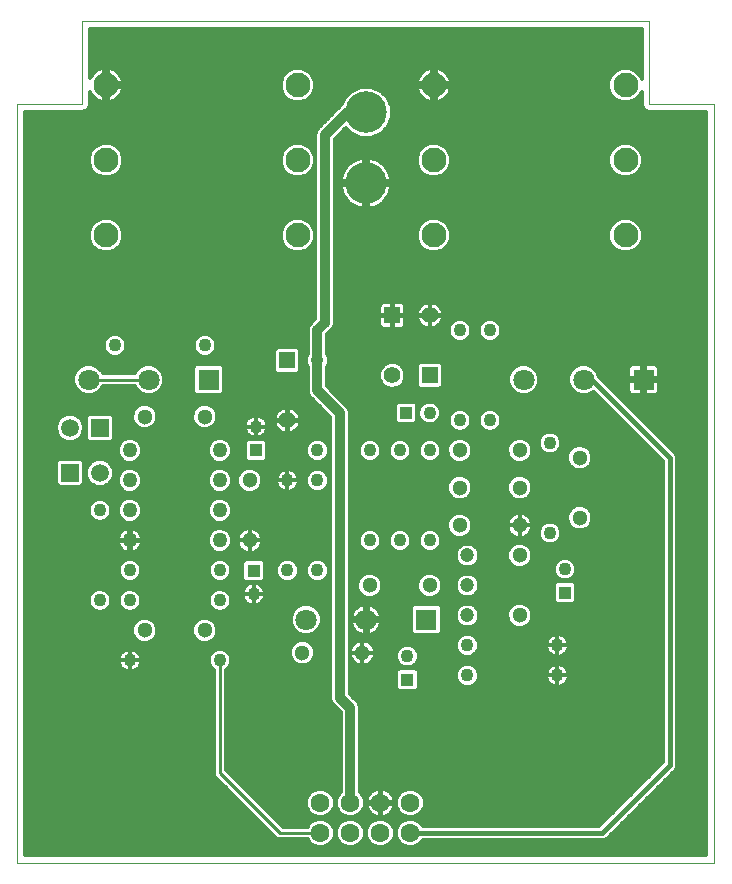
<source format=gtl>
G75*
%MOIN*%
%OFA0B0*%
%FSLAX25Y25*%
%IPPOS*%
%LPD*%
%AMOC8*
5,1,8,0,0,1.08239X$1,22.5*
%
%ADD10R,0.07087X0.07087*%
%ADD11C,0.07087*%
%ADD12C,0.00000*%
%ADD13C,0.08268*%
%ADD14C,0.05512*%
%ADD15R,0.05512X0.05512*%
%ADD16R,0.04331X0.04331*%
%ADD17C,0.04331*%
%ADD18C,0.13843*%
%ADD19C,0.06299*%
%ADD20C,0.05118*%
%ADD21C,0.05000*%
%ADD22C,0.05906*%
%ADD23R,0.05906X0.05906*%
%ADD24C,0.04724*%
%ADD25C,0.01200*%
%ADD26C,0.03346*%
%ADD27C,0.01600*%
%ADD28C,0.01000*%
%ADD29C,0.03200*%
D10*
X0068750Y0165163D03*
X0141250Y0085163D03*
X0213750Y0165163D03*
D11*
X0193750Y0165163D03*
X0173750Y0165163D03*
X0121250Y0085163D03*
X0101250Y0085163D03*
X0048750Y0165163D03*
X0028750Y0165163D03*
D12*
X0005000Y0004100D02*
X0237283Y0004100D01*
X0237283Y0257131D01*
X0215630Y0257131D01*
X0215630Y0284691D01*
X0026654Y0284691D01*
X0026654Y0257131D01*
X0005000Y0257131D01*
X0005000Y0004100D01*
D13*
X0034551Y0213350D03*
X0034551Y0238350D03*
X0034551Y0263350D03*
X0098449Y0263350D03*
X0098449Y0238350D03*
X0098449Y0213350D03*
X0143801Y0213350D03*
X0143801Y0238350D03*
X0143801Y0263350D03*
X0207699Y0263350D03*
X0207699Y0238350D03*
X0207699Y0213350D03*
D14*
X0142500Y0186600D03*
X0130000Y0166600D03*
X0095000Y0151600D03*
D15*
X0095000Y0171600D03*
X0130000Y0186600D03*
X0142500Y0166600D03*
D16*
X0134560Y0154100D03*
X0084500Y0141660D03*
X0083750Y0101540D03*
X0134995Y0065170D03*
X0187500Y0094160D03*
D17*
X0187500Y0102040D03*
X0182500Y0114100D03*
X0182500Y0144100D03*
X0162500Y0151600D03*
X0152500Y0151600D03*
X0142440Y0154100D03*
X0142500Y0141600D03*
X0132500Y0141600D03*
X0122500Y0141600D03*
X0105000Y0141600D03*
X0105000Y0131600D03*
X0095000Y0131600D03*
X0084500Y0149540D03*
X0105000Y0171600D03*
X0067500Y0176600D03*
X0037500Y0176600D03*
X0032500Y0121600D03*
X0042500Y0101600D03*
X0042500Y0091600D03*
X0032500Y0091600D03*
X0042500Y0071600D03*
X0072500Y0071600D03*
X0072500Y0091600D03*
X0072500Y0101600D03*
X0083750Y0093660D03*
X0095000Y0101600D03*
X0105000Y0101600D03*
X0122500Y0111600D03*
X0132500Y0111600D03*
X0142500Y0111600D03*
X0155000Y0076600D03*
X0155000Y0066600D03*
X0134998Y0073030D03*
X0185000Y0076600D03*
X0185000Y0066600D03*
X0162500Y0181600D03*
X0152500Y0181600D03*
D18*
X0121250Y0230663D03*
X0121250Y0254285D03*
D19*
X0126000Y0024100D03*
X0126000Y0014100D03*
X0116000Y0014100D03*
X0116000Y0024100D03*
X0106000Y0024100D03*
X0106000Y0014100D03*
X0136000Y0014100D03*
X0136000Y0024100D03*
D20*
X0120000Y0074100D03*
X0122500Y0096600D03*
X0142500Y0096600D03*
X0152500Y0116600D03*
X0152500Y0129100D03*
X0152500Y0141600D03*
X0172500Y0141600D03*
X0172500Y0129100D03*
X0172500Y0116600D03*
X0172500Y0106600D03*
X0172500Y0086600D03*
X0192500Y0119100D03*
X0192500Y0139100D03*
X0100000Y0074100D03*
X0067500Y0081600D03*
X0047500Y0081600D03*
X0082500Y0111600D03*
X0082500Y0131600D03*
X0067500Y0152850D03*
X0047500Y0152850D03*
D21*
X0042500Y0141600D03*
X0042500Y0131600D03*
X0042500Y0121600D03*
X0042500Y0111600D03*
X0072500Y0111600D03*
X0072500Y0121600D03*
X0072500Y0131600D03*
X0072500Y0141600D03*
D22*
X0032500Y0134100D03*
X0022500Y0149100D03*
D23*
X0032500Y0149100D03*
X0022500Y0134100D03*
D24*
X0155000Y0106600D03*
X0155000Y0096600D03*
X0155000Y0086600D03*
D25*
X0151290Y0087996D02*
X0146393Y0087996D01*
X0146393Y0089194D02*
X0151991Y0089194D01*
X0151641Y0088844D02*
X0151038Y0087388D01*
X0151038Y0085812D01*
X0151641Y0084356D01*
X0152756Y0083241D01*
X0154212Y0082638D01*
X0155788Y0082638D01*
X0157244Y0083241D01*
X0158359Y0084356D01*
X0158962Y0085812D01*
X0158962Y0087388D01*
X0158359Y0088844D01*
X0157244Y0089959D01*
X0155788Y0090562D01*
X0154212Y0090562D01*
X0152756Y0089959D01*
X0151641Y0088844D01*
X0151038Y0086797D02*
X0146393Y0086797D01*
X0146393Y0085599D02*
X0151126Y0085599D01*
X0151622Y0084400D02*
X0146393Y0084400D01*
X0146393Y0083202D02*
X0152850Y0083202D01*
X0154251Y0080365D02*
X0152867Y0079792D01*
X0151808Y0078733D01*
X0151235Y0077349D01*
X0151235Y0075851D01*
X0151808Y0074467D01*
X0152867Y0073408D01*
X0154251Y0072835D01*
X0155749Y0072835D01*
X0157133Y0073408D01*
X0158192Y0074467D01*
X0158765Y0075851D01*
X0158765Y0077349D01*
X0158192Y0078733D01*
X0157133Y0079792D01*
X0155749Y0080365D01*
X0154251Y0080365D01*
X0152681Y0079606D02*
X0115700Y0079606D01*
X0115700Y0078408D02*
X0151673Y0078408D01*
X0151235Y0077209D02*
X0122773Y0077209D01*
X0122709Y0077272D02*
X0122180Y0077657D01*
X0121597Y0077954D01*
X0120974Y0078157D01*
X0120327Y0078259D01*
X0120000Y0078259D01*
X0120000Y0074100D01*
X0124159Y0074100D01*
X0124159Y0074427D01*
X0124057Y0075074D01*
X0123854Y0075697D01*
X0123557Y0076280D01*
X0123172Y0076809D01*
X0122709Y0077272D01*
X0123694Y0076011D02*
X0132653Y0076011D01*
X0132865Y0076222D02*
X0131805Y0075163D01*
X0131232Y0073779D01*
X0131232Y0072281D01*
X0131805Y0070897D01*
X0132865Y0069838D01*
X0134249Y0069265D01*
X0135746Y0069265D01*
X0137130Y0069838D01*
X0138190Y0070897D01*
X0138763Y0072281D01*
X0138763Y0073779D01*
X0138190Y0075163D01*
X0137130Y0076222D01*
X0135746Y0076795D01*
X0134249Y0076795D01*
X0132865Y0076222D01*
X0131660Y0074812D02*
X0124098Y0074812D01*
X0124159Y0074100D02*
X0120000Y0074100D01*
X0120000Y0074100D01*
X0120000Y0074100D01*
X0120000Y0069941D01*
X0120327Y0069941D01*
X0120974Y0070043D01*
X0121597Y0070246D01*
X0122180Y0070543D01*
X0122709Y0070928D01*
X0123172Y0071391D01*
X0123557Y0071920D01*
X0123854Y0072503D01*
X0124057Y0073126D01*
X0124159Y0073773D01*
X0124159Y0074100D01*
X0124134Y0073614D02*
X0131232Y0073614D01*
X0131232Y0072415D02*
X0123809Y0072415D01*
X0122998Y0071217D02*
X0131673Y0071217D01*
X0132684Y0070018D02*
X0120815Y0070018D01*
X0120000Y0070018D02*
X0120000Y0070018D01*
X0120000Y0069941D02*
X0120000Y0074100D01*
X0120000Y0074100D01*
X0120000Y0074100D01*
X0115841Y0074100D01*
X0115841Y0074427D01*
X0115943Y0075074D01*
X0116146Y0075697D01*
X0116443Y0076280D01*
X0116828Y0076809D01*
X0117291Y0077272D01*
X0117820Y0077657D01*
X0118403Y0077954D01*
X0119026Y0078157D01*
X0119673Y0078259D01*
X0120000Y0078259D01*
X0120000Y0074100D01*
X0115841Y0074100D01*
X0115841Y0073773D01*
X0115943Y0073126D01*
X0116146Y0072503D01*
X0116443Y0071920D01*
X0116828Y0071391D01*
X0117291Y0070928D01*
X0117820Y0070543D01*
X0118403Y0070246D01*
X0119026Y0070043D01*
X0119673Y0069941D01*
X0120000Y0069941D01*
X0119185Y0070018D02*
X0115700Y0070018D01*
X0115700Y0068820D02*
X0132051Y0068820D01*
X0132167Y0068935D02*
X0131230Y0067998D01*
X0131230Y0062342D01*
X0132167Y0061405D01*
X0137823Y0061405D01*
X0138760Y0062342D01*
X0138760Y0067998D01*
X0137823Y0068935D01*
X0132167Y0068935D01*
X0131230Y0067621D02*
X0115700Y0067621D01*
X0115700Y0066423D02*
X0131230Y0066423D01*
X0131230Y0065224D02*
X0115700Y0065224D01*
X0115700Y0064026D02*
X0131230Y0064026D01*
X0131230Y0062827D02*
X0115700Y0062827D01*
X0115700Y0061629D02*
X0131943Y0061629D01*
X0138047Y0061629D02*
X0220100Y0061629D01*
X0220100Y0062827D02*
X0138760Y0062827D01*
X0138760Y0064026D02*
X0152249Y0064026D01*
X0151808Y0064467D02*
X0152867Y0063408D01*
X0154251Y0062835D01*
X0155749Y0062835D01*
X0157133Y0063408D01*
X0158192Y0064467D01*
X0158765Y0065851D01*
X0158765Y0067349D01*
X0158192Y0068733D01*
X0157133Y0069792D01*
X0155749Y0070365D01*
X0154251Y0070365D01*
X0152867Y0069792D01*
X0151808Y0068733D01*
X0151235Y0067349D01*
X0151235Y0065851D01*
X0151808Y0064467D01*
X0151494Y0065224D02*
X0138760Y0065224D01*
X0138760Y0066423D02*
X0151235Y0066423D01*
X0151347Y0067621D02*
X0138760Y0067621D01*
X0137939Y0068820D02*
X0151895Y0068820D01*
X0153413Y0070018D02*
X0137311Y0070018D01*
X0138322Y0071217D02*
X0220100Y0071217D01*
X0220100Y0072415D02*
X0138763Y0072415D01*
X0138763Y0073614D02*
X0152661Y0073614D01*
X0151665Y0074812D02*
X0138335Y0074812D01*
X0137342Y0076011D02*
X0151235Y0076011D01*
X0157339Y0073614D02*
X0182692Y0073614D01*
X0182600Y0073675D02*
X0183216Y0073263D01*
X0183902Y0072979D01*
X0184629Y0072835D01*
X0185000Y0072835D01*
X0185371Y0072835D01*
X0186098Y0072979D01*
X0186784Y0073263D01*
X0187400Y0073675D01*
X0187925Y0074200D01*
X0188337Y0074816D01*
X0188621Y0075502D01*
X0188765Y0076229D01*
X0188765Y0076600D01*
X0188765Y0076971D01*
X0188621Y0077698D01*
X0188337Y0078384D01*
X0187925Y0079000D01*
X0187400Y0079525D01*
X0186784Y0079937D01*
X0186098Y0080221D01*
X0185371Y0080365D01*
X0185000Y0080365D01*
X0184629Y0080365D01*
X0183902Y0080221D01*
X0183216Y0079937D01*
X0182600Y0079525D01*
X0182075Y0079000D01*
X0181663Y0078384D01*
X0181379Y0077698D01*
X0181235Y0076971D01*
X0181235Y0076600D01*
X0181235Y0076229D01*
X0181379Y0075502D01*
X0181663Y0074816D01*
X0182075Y0074200D01*
X0182600Y0073675D01*
X0181666Y0074812D02*
X0158335Y0074812D01*
X0158765Y0076011D02*
X0181278Y0076011D01*
X0181235Y0076600D02*
X0185000Y0076600D01*
X0188765Y0076600D01*
X0185000Y0076600D01*
X0185000Y0076600D01*
X0185000Y0076600D01*
X0185000Y0080365D01*
X0185000Y0076600D01*
X0185000Y0072835D01*
X0185000Y0076600D01*
X0185000Y0076600D01*
X0185000Y0076600D01*
X0181235Y0076600D01*
X0181282Y0077209D02*
X0158765Y0077209D01*
X0158327Y0078408D02*
X0181679Y0078408D01*
X0182722Y0079606D02*
X0157319Y0079606D01*
X0157150Y0083202D02*
X0170016Y0083202D01*
X0170144Y0083074D02*
X0171673Y0082441D01*
X0173327Y0082441D01*
X0174856Y0083074D01*
X0176026Y0084244D01*
X0176659Y0085773D01*
X0176659Y0087427D01*
X0176026Y0088956D01*
X0174856Y0090126D01*
X0173327Y0090759D01*
X0171673Y0090759D01*
X0170144Y0090126D01*
X0168974Y0088956D01*
X0168341Y0087427D01*
X0168341Y0085773D01*
X0168974Y0084244D01*
X0170144Y0083074D01*
X0168909Y0084400D02*
X0158377Y0084400D01*
X0158874Y0085599D02*
X0168413Y0085599D01*
X0168341Y0086797D02*
X0158962Y0086797D01*
X0158710Y0087996D02*
X0168576Y0087996D01*
X0169213Y0089194D02*
X0158009Y0089194D01*
X0156197Y0090393D02*
X0170789Y0090393D01*
X0174211Y0090393D02*
X0220100Y0090393D01*
X0220100Y0091591D02*
X0191265Y0091591D01*
X0191265Y0091332D02*
X0191265Y0096988D01*
X0190328Y0097925D01*
X0184672Y0097925D01*
X0183735Y0096988D01*
X0183735Y0091332D01*
X0184672Y0090395D01*
X0190328Y0090395D01*
X0191265Y0091332D01*
X0191265Y0092790D02*
X0220100Y0092790D01*
X0220100Y0093988D02*
X0191265Y0093988D01*
X0191265Y0095187D02*
X0220100Y0095187D01*
X0220100Y0096385D02*
X0191265Y0096385D01*
X0190670Y0097584D02*
X0220100Y0097584D01*
X0220100Y0098782D02*
X0189475Y0098782D01*
X0189633Y0098848D02*
X0190692Y0099907D01*
X0191265Y0101291D01*
X0191265Y0102789D01*
X0190692Y0104173D01*
X0189633Y0105232D01*
X0188249Y0105805D01*
X0186751Y0105805D01*
X0185367Y0105232D01*
X0184308Y0104173D01*
X0183735Y0102789D01*
X0183735Y0101291D01*
X0184308Y0099907D01*
X0185367Y0098848D01*
X0186751Y0098275D01*
X0188249Y0098275D01*
X0189633Y0098848D01*
X0190723Y0099981D02*
X0220100Y0099981D01*
X0220100Y0101179D02*
X0191219Y0101179D01*
X0191265Y0102378D02*
X0220100Y0102378D01*
X0220100Y0103576D02*
X0190939Y0103576D01*
X0190090Y0104775D02*
X0220100Y0104775D01*
X0220100Y0105973D02*
X0176659Y0105973D01*
X0176659Y0105773D02*
X0176026Y0104244D01*
X0174856Y0103074D01*
X0173327Y0102441D01*
X0171673Y0102441D01*
X0170144Y0103074D01*
X0168974Y0104244D01*
X0168341Y0105773D01*
X0168341Y0107427D01*
X0168974Y0108956D01*
X0170144Y0110126D01*
X0171673Y0110759D01*
X0173327Y0110759D01*
X0174856Y0110126D01*
X0176026Y0108956D01*
X0176659Y0107427D01*
X0176659Y0105773D01*
X0176246Y0104775D02*
X0184910Y0104775D01*
X0184061Y0103576D02*
X0175358Y0103576D01*
X0176659Y0107172D02*
X0220100Y0107172D01*
X0220100Y0108370D02*
X0176268Y0108370D01*
X0175413Y0109569D02*
X0220100Y0109569D01*
X0220100Y0110768D02*
X0184294Y0110768D01*
X0184633Y0110908D02*
X0185692Y0111967D01*
X0186265Y0113351D01*
X0186265Y0114849D01*
X0185692Y0116233D01*
X0184633Y0117292D01*
X0183249Y0117865D01*
X0181751Y0117865D01*
X0180367Y0117292D01*
X0179308Y0116233D01*
X0178735Y0114849D01*
X0178735Y0113351D01*
X0179308Y0111967D01*
X0180367Y0110908D01*
X0181751Y0110335D01*
X0183249Y0110335D01*
X0184633Y0110908D01*
X0185691Y0111966D02*
X0220100Y0111966D01*
X0220100Y0113165D02*
X0186188Y0113165D01*
X0186265Y0114363D02*
X0220100Y0114363D01*
X0220100Y0115562D02*
X0194826Y0115562D01*
X0194856Y0115574D02*
X0196026Y0116744D01*
X0196659Y0118273D01*
X0196659Y0119927D01*
X0196026Y0121456D01*
X0194856Y0122626D01*
X0193327Y0123259D01*
X0191673Y0123259D01*
X0190144Y0122626D01*
X0188974Y0121456D01*
X0188341Y0119927D01*
X0188341Y0118273D01*
X0188974Y0116744D01*
X0190144Y0115574D01*
X0191673Y0114941D01*
X0193327Y0114941D01*
X0194856Y0115574D01*
X0196032Y0116760D02*
X0220100Y0116760D01*
X0220100Y0117959D02*
X0196529Y0117959D01*
X0196659Y0119157D02*
X0220100Y0119157D01*
X0220100Y0120356D02*
X0196482Y0120356D01*
X0195928Y0121554D02*
X0220100Y0121554D01*
X0220100Y0122753D02*
X0194550Y0122753D01*
X0190450Y0122753D02*
X0115700Y0122753D01*
X0115700Y0123951D02*
X0220100Y0123951D01*
X0220100Y0125150D02*
X0173831Y0125150D01*
X0173327Y0124941D02*
X0174856Y0125574D01*
X0176026Y0126744D01*
X0176659Y0128273D01*
X0176659Y0129927D01*
X0176026Y0131456D01*
X0174856Y0132626D01*
X0173327Y0133259D01*
X0171673Y0133259D01*
X0170144Y0132626D01*
X0168974Y0131456D01*
X0168341Y0129927D01*
X0168341Y0128273D01*
X0168974Y0126744D01*
X0170144Y0125574D01*
X0171673Y0124941D01*
X0173327Y0124941D01*
X0171169Y0125150D02*
X0153831Y0125150D01*
X0153327Y0124941D02*
X0154856Y0125574D01*
X0156026Y0126744D01*
X0156659Y0128273D01*
X0156659Y0129927D01*
X0156026Y0131456D01*
X0154856Y0132626D01*
X0153327Y0133259D01*
X0151673Y0133259D01*
X0150144Y0132626D01*
X0148974Y0131456D01*
X0148341Y0129927D01*
X0148341Y0128273D01*
X0148974Y0126744D01*
X0150144Y0125574D01*
X0151673Y0124941D01*
X0153327Y0124941D01*
X0151169Y0125150D02*
X0115700Y0125150D01*
X0115700Y0126348D02*
X0149370Y0126348D01*
X0148642Y0127547D02*
X0115700Y0127547D01*
X0115700Y0128745D02*
X0148341Y0128745D01*
X0148348Y0129944D02*
X0115700Y0129944D01*
X0115700Y0131142D02*
X0148844Y0131142D01*
X0149859Y0132341D02*
X0115700Y0132341D01*
X0115700Y0133539D02*
X0220100Y0133539D01*
X0220100Y0132341D02*
X0175141Y0132341D01*
X0176156Y0131142D02*
X0220100Y0131142D01*
X0220100Y0129944D02*
X0176652Y0129944D01*
X0176659Y0128745D02*
X0220100Y0128745D01*
X0220100Y0127547D02*
X0176358Y0127547D01*
X0175630Y0126348D02*
X0220100Y0126348D01*
X0224900Y0126348D02*
X0234683Y0126348D01*
X0234683Y0125150D02*
X0224900Y0125150D01*
X0224900Y0123951D02*
X0234683Y0123951D01*
X0234683Y0122753D02*
X0224900Y0122753D01*
X0224900Y0121554D02*
X0234683Y0121554D01*
X0234683Y0120356D02*
X0224900Y0120356D01*
X0224900Y0119157D02*
X0234683Y0119157D01*
X0234683Y0117959D02*
X0224900Y0117959D01*
X0224900Y0116760D02*
X0234683Y0116760D01*
X0234683Y0115562D02*
X0224900Y0115562D01*
X0224900Y0114363D02*
X0234683Y0114363D01*
X0234683Y0113165D02*
X0224900Y0113165D01*
X0224900Y0111966D02*
X0234683Y0111966D01*
X0234683Y0110768D02*
X0224900Y0110768D01*
X0224900Y0109569D02*
X0234683Y0109569D01*
X0234683Y0108370D02*
X0224900Y0108370D01*
X0224900Y0107172D02*
X0234683Y0107172D01*
X0234683Y0105973D02*
X0224900Y0105973D01*
X0224900Y0104775D02*
X0234683Y0104775D01*
X0234683Y0103576D02*
X0224900Y0103576D01*
X0224900Y0102378D02*
X0234683Y0102378D01*
X0234683Y0101179D02*
X0224900Y0101179D01*
X0224900Y0099981D02*
X0234683Y0099981D01*
X0234683Y0098782D02*
X0224900Y0098782D01*
X0224900Y0097584D02*
X0234683Y0097584D01*
X0234683Y0096385D02*
X0224900Y0096385D01*
X0224900Y0095187D02*
X0234683Y0095187D01*
X0234683Y0093988D02*
X0224900Y0093988D01*
X0224900Y0092790D02*
X0234683Y0092790D01*
X0234683Y0091591D02*
X0224900Y0091591D01*
X0224900Y0090393D02*
X0234683Y0090393D01*
X0234683Y0089194D02*
X0224900Y0089194D01*
X0224900Y0087996D02*
X0234683Y0087996D01*
X0234683Y0086797D02*
X0224900Y0086797D01*
X0224900Y0085599D02*
X0234683Y0085599D01*
X0234683Y0084400D02*
X0224900Y0084400D01*
X0224900Y0083202D02*
X0234683Y0083202D01*
X0234683Y0082003D02*
X0224900Y0082003D01*
X0224900Y0080805D02*
X0234683Y0080805D01*
X0234683Y0079606D02*
X0224900Y0079606D01*
X0224900Y0078408D02*
X0234683Y0078408D01*
X0234683Y0077209D02*
X0224900Y0077209D01*
X0224900Y0076011D02*
X0234683Y0076011D01*
X0234683Y0074812D02*
X0224900Y0074812D01*
X0224900Y0073614D02*
X0234683Y0073614D01*
X0234683Y0072415D02*
X0224900Y0072415D01*
X0224900Y0071217D02*
X0234683Y0071217D01*
X0234683Y0070018D02*
X0224900Y0070018D01*
X0224900Y0068820D02*
X0234683Y0068820D01*
X0234683Y0067621D02*
X0224900Y0067621D01*
X0224900Y0066423D02*
X0234683Y0066423D01*
X0234683Y0065224D02*
X0224900Y0065224D01*
X0224900Y0064026D02*
X0234683Y0064026D01*
X0234683Y0062827D02*
X0224900Y0062827D01*
X0224900Y0061629D02*
X0234683Y0061629D01*
X0234683Y0060430D02*
X0224900Y0060430D01*
X0224900Y0059232D02*
X0234683Y0059232D01*
X0234683Y0058033D02*
X0224900Y0058033D01*
X0224900Y0056834D02*
X0234683Y0056834D01*
X0234683Y0055636D02*
X0224900Y0055636D01*
X0224900Y0054437D02*
X0234683Y0054437D01*
X0234683Y0053239D02*
X0224900Y0053239D01*
X0224900Y0052040D02*
X0234683Y0052040D01*
X0234683Y0050842D02*
X0224900Y0050842D01*
X0224900Y0049643D02*
X0234683Y0049643D01*
X0234683Y0048445D02*
X0224900Y0048445D01*
X0224900Y0047246D02*
X0234683Y0047246D01*
X0234683Y0046048D02*
X0224900Y0046048D01*
X0224900Y0044849D02*
X0234683Y0044849D01*
X0234683Y0043651D02*
X0224900Y0043651D01*
X0224900Y0042452D02*
X0234683Y0042452D01*
X0234683Y0041254D02*
X0224900Y0041254D01*
X0224900Y0040055D02*
X0234683Y0040055D01*
X0234683Y0038857D02*
X0224900Y0038857D01*
X0224900Y0037658D02*
X0234683Y0037658D01*
X0234683Y0036460D02*
X0224900Y0036460D01*
X0224900Y0036123D02*
X0224900Y0139577D01*
X0224535Y0140459D01*
X0223859Y0141135D01*
X0198893Y0166101D01*
X0198893Y0166186D01*
X0198110Y0168076D01*
X0196663Y0169523D01*
X0194773Y0170306D01*
X0192727Y0170306D01*
X0190837Y0169523D01*
X0189390Y0168076D01*
X0188607Y0166186D01*
X0188607Y0164140D01*
X0189390Y0162250D01*
X0190837Y0160803D01*
X0192727Y0160020D01*
X0194773Y0160020D01*
X0196663Y0160803D01*
X0197033Y0161173D01*
X0220100Y0138106D01*
X0220100Y0037594D01*
X0199006Y0016500D01*
X0140147Y0016500D01*
X0140027Y0016790D01*
X0138690Y0018127D01*
X0136945Y0018850D01*
X0135055Y0018850D01*
X0133310Y0018127D01*
X0131973Y0016790D01*
X0131250Y0015045D01*
X0131250Y0013155D01*
X0131973Y0011410D01*
X0133310Y0010073D01*
X0135055Y0009350D01*
X0136945Y0009350D01*
X0138690Y0010073D01*
X0140027Y0011410D01*
X0140147Y0011700D01*
X0200477Y0011700D01*
X0201359Y0012065D01*
X0202035Y0012741D01*
X0224535Y0035241D01*
X0224900Y0036123D01*
X0224543Y0035261D02*
X0234683Y0035261D01*
X0234683Y0034063D02*
X0223357Y0034063D01*
X0222158Y0032864D02*
X0234683Y0032864D01*
X0234683Y0031666D02*
X0220960Y0031666D01*
X0219761Y0030467D02*
X0234683Y0030467D01*
X0234683Y0029269D02*
X0218563Y0029269D01*
X0217364Y0028070D02*
X0234683Y0028070D01*
X0234683Y0026872D02*
X0216166Y0026872D01*
X0214967Y0025673D02*
X0234683Y0025673D01*
X0234683Y0024475D02*
X0213769Y0024475D01*
X0212570Y0023276D02*
X0234683Y0023276D01*
X0234683Y0022078D02*
X0211372Y0022078D01*
X0210173Y0020879D02*
X0234683Y0020879D01*
X0234683Y0019681D02*
X0208975Y0019681D01*
X0207776Y0018482D02*
X0234683Y0018482D01*
X0234683Y0017284D02*
X0206578Y0017284D01*
X0205379Y0016085D02*
X0234683Y0016085D01*
X0234683Y0014887D02*
X0204181Y0014887D01*
X0202982Y0013688D02*
X0234683Y0013688D01*
X0234683Y0012490D02*
X0201784Y0012490D01*
X0199790Y0017284D02*
X0139533Y0017284D01*
X0137832Y0018482D02*
X0200988Y0018482D01*
X0202187Y0019681D02*
X0137742Y0019681D01*
X0136945Y0019350D02*
X0138690Y0020073D01*
X0140027Y0021410D01*
X0140750Y0023155D01*
X0140750Y0025045D01*
X0140027Y0026790D01*
X0138690Y0028127D01*
X0136945Y0028850D01*
X0135055Y0028850D01*
X0133310Y0028127D01*
X0131973Y0026790D01*
X0131250Y0025045D01*
X0131250Y0023155D01*
X0131973Y0021410D01*
X0133310Y0020073D01*
X0135055Y0019350D01*
X0136945Y0019350D01*
X0134258Y0019681D02*
X0127769Y0019681D01*
X0127823Y0019698D02*
X0128489Y0020038D01*
X0129094Y0020477D01*
X0129623Y0021006D01*
X0130062Y0021611D01*
X0130402Y0022277D01*
X0130633Y0022988D01*
X0130750Y0023726D01*
X0130750Y0023814D01*
X0126286Y0023814D01*
X0126286Y0024386D01*
X0130750Y0024386D01*
X0130750Y0024474D01*
X0130633Y0025212D01*
X0130402Y0025923D01*
X0130062Y0026589D01*
X0129623Y0027194D01*
X0129094Y0027723D01*
X0128489Y0028162D01*
X0127823Y0028502D01*
X0127112Y0028733D01*
X0126374Y0028850D01*
X0126286Y0028850D01*
X0126286Y0024386D01*
X0125714Y0024386D01*
X0125714Y0028850D01*
X0125626Y0028850D01*
X0124888Y0028733D01*
X0124177Y0028502D01*
X0123511Y0028162D01*
X0122906Y0027723D01*
X0122377Y0027194D01*
X0121938Y0026589D01*
X0121598Y0025923D01*
X0121367Y0025212D01*
X0121250Y0024474D01*
X0121250Y0024386D01*
X0125714Y0024386D01*
X0125714Y0023814D01*
X0126286Y0023814D01*
X0126286Y0019350D01*
X0126374Y0019350D01*
X0127112Y0019467D01*
X0127823Y0019698D01*
X0127832Y0018482D02*
X0134168Y0018482D01*
X0132467Y0017284D02*
X0129533Y0017284D01*
X0130027Y0016790D02*
X0128690Y0018127D01*
X0126945Y0018850D01*
X0125055Y0018850D01*
X0123310Y0018127D01*
X0121973Y0016790D01*
X0121250Y0015045D01*
X0121250Y0013155D01*
X0121973Y0011410D01*
X0123310Y0010073D01*
X0125055Y0009350D01*
X0126945Y0009350D01*
X0128690Y0010073D01*
X0130027Y0011410D01*
X0130750Y0013155D01*
X0130750Y0015045D01*
X0130027Y0016790D01*
X0130319Y0016085D02*
X0131681Y0016085D01*
X0131250Y0014887D02*
X0130750Y0014887D01*
X0130750Y0013688D02*
X0131250Y0013688D01*
X0131526Y0012490D02*
X0130474Y0012490D01*
X0129908Y0011291D02*
X0132092Y0011291D01*
X0133290Y0010093D02*
X0128710Y0010093D01*
X0123290Y0010093D02*
X0118710Y0010093D01*
X0118690Y0010073D02*
X0120027Y0011410D01*
X0120750Y0013155D01*
X0120750Y0015045D01*
X0120027Y0016790D01*
X0118690Y0018127D01*
X0116945Y0018850D01*
X0115055Y0018850D01*
X0113310Y0018127D01*
X0111973Y0016790D01*
X0111250Y0015045D01*
X0111250Y0013155D01*
X0111973Y0011410D01*
X0113310Y0010073D01*
X0115055Y0009350D01*
X0116945Y0009350D01*
X0118690Y0010073D01*
X0119908Y0011291D02*
X0122092Y0011291D01*
X0121526Y0012490D02*
X0120474Y0012490D01*
X0120750Y0013688D02*
X0121250Y0013688D01*
X0121250Y0014887D02*
X0120750Y0014887D01*
X0120319Y0016085D02*
X0121681Y0016085D01*
X0122467Y0017284D02*
X0119533Y0017284D01*
X0117832Y0018482D02*
X0124168Y0018482D01*
X0124231Y0019681D02*
X0117742Y0019681D01*
X0116945Y0019350D02*
X0118690Y0020073D01*
X0120027Y0021410D01*
X0120750Y0023155D01*
X0120750Y0025045D01*
X0120027Y0026790D01*
X0119200Y0027617D01*
X0119200Y0056237D01*
X0118713Y0057413D01*
X0115700Y0060425D01*
X0115700Y0154737D01*
X0115213Y0155913D01*
X0108200Y0162925D01*
X0108200Y0169486D01*
X0108765Y0170851D01*
X0108765Y0172349D01*
X0108200Y0173714D01*
X0108200Y0180275D01*
X0110213Y0182287D01*
X0110700Y0183463D01*
X0110700Y0245275D01*
X0114455Y0249029D01*
X0116423Y0247061D01*
X0119555Y0245764D01*
X0122945Y0245764D01*
X0126077Y0247061D01*
X0128474Y0249458D01*
X0129771Y0252590D01*
X0129771Y0255980D01*
X0128474Y0259112D01*
X0126077Y0261509D01*
X0122945Y0262806D01*
X0119555Y0262806D01*
X0116423Y0261509D01*
X0114026Y0259112D01*
X0112993Y0256619D01*
X0105687Y0249313D01*
X0104787Y0248413D01*
X0104300Y0247237D01*
X0104300Y0185425D01*
X0102287Y0183413D01*
X0101800Y0182237D01*
X0101800Y0173714D01*
X0101235Y0172349D01*
X0101235Y0170851D01*
X0101800Y0169486D01*
X0101800Y0160963D01*
X0102287Y0159787D01*
X0103187Y0158887D01*
X0109300Y0152775D01*
X0109300Y0058463D01*
X0109787Y0057287D01*
X0112800Y0054275D01*
X0112800Y0027617D01*
X0111973Y0026790D01*
X0111250Y0025045D01*
X0111250Y0023155D01*
X0111973Y0021410D01*
X0113310Y0020073D01*
X0115055Y0019350D01*
X0116945Y0019350D01*
X0114258Y0019681D02*
X0107742Y0019681D01*
X0106945Y0019350D02*
X0108690Y0020073D01*
X0110027Y0021410D01*
X0110750Y0023155D01*
X0110750Y0025045D01*
X0110027Y0026790D01*
X0108690Y0028127D01*
X0106945Y0028850D01*
X0105055Y0028850D01*
X0103310Y0028127D01*
X0101973Y0026790D01*
X0101250Y0025045D01*
X0101250Y0023155D01*
X0101973Y0021410D01*
X0103310Y0020073D01*
X0105055Y0019350D01*
X0106945Y0019350D01*
X0106945Y0018850D02*
X0105055Y0018850D01*
X0103310Y0018127D01*
X0101973Y0016790D01*
X0101729Y0016200D01*
X0093370Y0016200D01*
X0074600Y0034970D01*
X0074600Y0068394D01*
X0074633Y0068408D01*
X0075692Y0069467D01*
X0076265Y0070851D01*
X0076265Y0072349D01*
X0075692Y0073733D01*
X0074633Y0074792D01*
X0073249Y0075365D01*
X0071751Y0075365D01*
X0070367Y0074792D01*
X0069308Y0073733D01*
X0068735Y0072349D01*
X0068735Y0070851D01*
X0069308Y0069467D01*
X0070367Y0068408D01*
X0070400Y0068394D01*
X0070400Y0033230D01*
X0071630Y0032000D01*
X0091630Y0012000D01*
X0101729Y0012000D01*
X0101973Y0011410D01*
X0103310Y0010073D01*
X0105055Y0009350D01*
X0106945Y0009350D01*
X0108690Y0010073D01*
X0110027Y0011410D01*
X0110750Y0013155D01*
X0110750Y0015045D01*
X0110027Y0016790D01*
X0108690Y0018127D01*
X0106945Y0018850D01*
X0107832Y0018482D02*
X0114168Y0018482D01*
X0112467Y0017284D02*
X0109533Y0017284D01*
X0110319Y0016085D02*
X0111681Y0016085D01*
X0111250Y0014887D02*
X0110750Y0014887D01*
X0110750Y0013688D02*
X0111250Y0013688D01*
X0111526Y0012490D02*
X0110474Y0012490D01*
X0109908Y0011291D02*
X0112092Y0011291D01*
X0113290Y0010093D02*
X0108710Y0010093D01*
X0103290Y0010093D02*
X0007600Y0010093D01*
X0007600Y0011291D02*
X0102092Y0011291D01*
X0102467Y0017284D02*
X0092286Y0017284D01*
X0091088Y0018482D02*
X0104168Y0018482D01*
X0104258Y0019681D02*
X0089889Y0019681D01*
X0088691Y0020879D02*
X0102504Y0020879D01*
X0101697Y0022078D02*
X0087492Y0022078D01*
X0086294Y0023276D02*
X0101250Y0023276D01*
X0101250Y0024475D02*
X0085095Y0024475D01*
X0083897Y0025673D02*
X0101511Y0025673D01*
X0102055Y0026872D02*
X0082698Y0026872D01*
X0081500Y0028070D02*
X0103253Y0028070D01*
X0108747Y0028070D02*
X0112800Y0028070D01*
X0112800Y0029269D02*
X0080301Y0029269D01*
X0079103Y0030467D02*
X0112800Y0030467D01*
X0112800Y0031666D02*
X0077904Y0031666D01*
X0076706Y0032864D02*
X0112800Y0032864D01*
X0112800Y0034063D02*
X0075507Y0034063D01*
X0074600Y0035261D02*
X0112800Y0035261D01*
X0112800Y0036460D02*
X0074600Y0036460D01*
X0074600Y0037658D02*
X0112800Y0037658D01*
X0112800Y0038857D02*
X0074600Y0038857D01*
X0074600Y0040055D02*
X0112800Y0040055D01*
X0112800Y0041254D02*
X0074600Y0041254D01*
X0074600Y0042452D02*
X0112800Y0042452D01*
X0112800Y0043651D02*
X0074600Y0043651D01*
X0074600Y0044849D02*
X0112800Y0044849D01*
X0112800Y0046048D02*
X0074600Y0046048D01*
X0074600Y0047246D02*
X0112800Y0047246D01*
X0112800Y0048445D02*
X0074600Y0048445D01*
X0074600Y0049643D02*
X0112800Y0049643D01*
X0112800Y0050842D02*
X0074600Y0050842D01*
X0074600Y0052040D02*
X0112800Y0052040D01*
X0112800Y0053239D02*
X0074600Y0053239D01*
X0074600Y0054437D02*
X0112637Y0054437D01*
X0111439Y0055636D02*
X0074600Y0055636D01*
X0074600Y0056834D02*
X0110240Y0056834D01*
X0109478Y0058033D02*
X0074600Y0058033D01*
X0074600Y0059232D02*
X0109300Y0059232D01*
X0109300Y0060430D02*
X0074600Y0060430D01*
X0074600Y0061629D02*
X0109300Y0061629D01*
X0109300Y0062827D02*
X0074600Y0062827D01*
X0074600Y0064026D02*
X0109300Y0064026D01*
X0109300Y0065224D02*
X0074600Y0065224D01*
X0074600Y0066423D02*
X0109300Y0066423D01*
X0109300Y0067621D02*
X0074600Y0067621D01*
X0075045Y0068820D02*
X0109300Y0068820D01*
X0109300Y0070018D02*
X0101014Y0070018D01*
X0100827Y0069941D02*
X0102356Y0070574D01*
X0103526Y0071744D01*
X0104159Y0073273D01*
X0104159Y0074927D01*
X0103526Y0076456D01*
X0102356Y0077626D01*
X0100827Y0078259D01*
X0099173Y0078259D01*
X0097644Y0077626D01*
X0096474Y0076456D01*
X0095841Y0074927D01*
X0095841Y0073273D01*
X0096474Y0071744D01*
X0097644Y0070574D01*
X0099173Y0069941D01*
X0100827Y0069941D01*
X0098986Y0070018D02*
X0075920Y0070018D01*
X0076265Y0071217D02*
X0097002Y0071217D01*
X0096196Y0072415D02*
X0076238Y0072415D01*
X0075741Y0073614D02*
X0095841Y0073614D01*
X0095841Y0074812D02*
X0074584Y0074812D01*
X0070416Y0074812D02*
X0044470Y0074812D01*
X0044284Y0074937D02*
X0043598Y0075221D01*
X0042871Y0075365D01*
X0042500Y0075365D01*
X0042129Y0075365D01*
X0041402Y0075221D01*
X0040716Y0074937D01*
X0040100Y0074525D01*
X0039575Y0074000D01*
X0039163Y0073384D01*
X0038879Y0072698D01*
X0038735Y0071971D01*
X0038735Y0071600D01*
X0038735Y0071229D01*
X0038879Y0070502D01*
X0039163Y0069816D01*
X0039575Y0069200D01*
X0040100Y0068675D01*
X0040716Y0068263D01*
X0041402Y0067979D01*
X0042129Y0067835D01*
X0042500Y0067835D01*
X0042871Y0067835D01*
X0043598Y0067979D01*
X0044284Y0068263D01*
X0044900Y0068675D01*
X0045425Y0069200D01*
X0045837Y0069816D01*
X0046121Y0070502D01*
X0046265Y0071229D01*
X0046265Y0071600D01*
X0046265Y0071971D01*
X0046121Y0072698D01*
X0045837Y0073384D01*
X0045425Y0074000D01*
X0044900Y0074525D01*
X0044284Y0074937D01*
X0042500Y0074812D02*
X0042500Y0074812D01*
X0042500Y0075365D02*
X0042500Y0071600D01*
X0046265Y0071600D01*
X0042500Y0071600D01*
X0042500Y0071600D01*
X0042500Y0071600D01*
X0042500Y0075365D01*
X0042500Y0073614D02*
X0042500Y0073614D01*
X0042500Y0072415D02*
X0042500Y0072415D01*
X0042500Y0071600D02*
X0042500Y0071600D01*
X0042500Y0067835D01*
X0042500Y0071600D01*
X0042500Y0071600D01*
X0038735Y0071600D01*
X0042500Y0071600D01*
X0042500Y0071217D02*
X0042500Y0071217D01*
X0042500Y0070018D02*
X0042500Y0070018D01*
X0042500Y0068820D02*
X0042500Y0068820D01*
X0045045Y0068820D02*
X0069955Y0068820D01*
X0070400Y0067621D02*
X0007600Y0067621D01*
X0007600Y0066423D02*
X0070400Y0066423D01*
X0070400Y0065224D02*
X0007600Y0065224D01*
X0007600Y0064026D02*
X0070400Y0064026D01*
X0070400Y0062827D02*
X0007600Y0062827D01*
X0007600Y0061629D02*
X0070400Y0061629D01*
X0070400Y0060430D02*
X0007600Y0060430D01*
X0007600Y0059232D02*
X0070400Y0059232D01*
X0070400Y0058033D02*
X0007600Y0058033D01*
X0007600Y0056834D02*
X0070400Y0056834D01*
X0070400Y0055636D02*
X0007600Y0055636D01*
X0007600Y0054437D02*
X0070400Y0054437D01*
X0070400Y0053239D02*
X0007600Y0053239D01*
X0007600Y0052040D02*
X0070400Y0052040D01*
X0070400Y0050842D02*
X0007600Y0050842D01*
X0007600Y0049643D02*
X0070400Y0049643D01*
X0070400Y0048445D02*
X0007600Y0048445D01*
X0007600Y0047246D02*
X0070400Y0047246D01*
X0070400Y0046048D02*
X0007600Y0046048D01*
X0007600Y0044849D02*
X0070400Y0044849D01*
X0070400Y0043651D02*
X0007600Y0043651D01*
X0007600Y0042452D02*
X0070400Y0042452D01*
X0070400Y0041254D02*
X0007600Y0041254D01*
X0007600Y0040055D02*
X0070400Y0040055D01*
X0070400Y0038857D02*
X0007600Y0038857D01*
X0007600Y0037658D02*
X0070400Y0037658D01*
X0070400Y0036460D02*
X0007600Y0036460D01*
X0007600Y0035261D02*
X0070400Y0035261D01*
X0070400Y0034063D02*
X0007600Y0034063D01*
X0007600Y0032864D02*
X0070766Y0032864D01*
X0071964Y0031666D02*
X0007600Y0031666D01*
X0007600Y0030467D02*
X0073163Y0030467D01*
X0074361Y0029269D02*
X0007600Y0029269D01*
X0007600Y0028070D02*
X0075560Y0028070D01*
X0076758Y0026872D02*
X0007600Y0026872D01*
X0007600Y0025673D02*
X0077957Y0025673D01*
X0079155Y0024475D02*
X0007600Y0024475D01*
X0007600Y0023276D02*
X0080354Y0023276D01*
X0081552Y0022078D02*
X0007600Y0022078D01*
X0007600Y0020879D02*
X0082751Y0020879D01*
X0083949Y0019681D02*
X0007600Y0019681D01*
X0007600Y0018482D02*
X0085148Y0018482D01*
X0086347Y0017284D02*
X0007600Y0017284D01*
X0007600Y0016085D02*
X0087545Y0016085D01*
X0088744Y0014887D02*
X0007600Y0014887D01*
X0007600Y0013688D02*
X0089942Y0013688D01*
X0091141Y0012490D02*
X0007600Y0012490D01*
X0007600Y0008894D02*
X0234683Y0008894D01*
X0234683Y0007696D02*
X0007600Y0007696D01*
X0007600Y0006700D02*
X0007600Y0254531D01*
X0027171Y0254531D01*
X0028126Y0254927D01*
X0028858Y0255659D01*
X0029254Y0256614D01*
X0029254Y0261117D01*
X0029647Y0260345D01*
X0030178Y0259615D01*
X0030816Y0258976D01*
X0031546Y0258446D01*
X0032350Y0258036D01*
X0033208Y0257757D01*
X0033951Y0257640D01*
X0033951Y0262750D01*
X0035151Y0262750D01*
X0035151Y0257640D01*
X0035894Y0257757D01*
X0036752Y0258036D01*
X0037556Y0258446D01*
X0038287Y0258976D01*
X0038925Y0259615D01*
X0039455Y0260345D01*
X0039865Y0261149D01*
X0040144Y0262007D01*
X0040261Y0262750D01*
X0035151Y0262750D01*
X0035151Y0263950D01*
X0033951Y0263950D01*
X0033951Y0269060D01*
X0033208Y0268943D01*
X0032350Y0268664D01*
X0031546Y0268254D01*
X0030816Y0267724D01*
X0030178Y0267085D01*
X0029647Y0266355D01*
X0029254Y0265583D01*
X0029254Y0282091D01*
X0213030Y0282091D01*
X0213030Y0265463D01*
X0212560Y0266598D01*
X0210947Y0268211D01*
X0208839Y0269084D01*
X0206558Y0269084D01*
X0204451Y0268211D01*
X0202838Y0266598D01*
X0201965Y0264491D01*
X0201965Y0262209D01*
X0202838Y0260102D01*
X0204451Y0258489D01*
X0206558Y0257616D01*
X0208839Y0257616D01*
X0210947Y0258489D01*
X0212560Y0260102D01*
X0213030Y0261237D01*
X0213030Y0256614D01*
X0213426Y0255659D01*
X0214157Y0254927D01*
X0215113Y0254531D01*
X0234683Y0254531D01*
X0234683Y0006700D01*
X0007600Y0006700D01*
X0007600Y0068820D02*
X0039955Y0068820D01*
X0039080Y0070018D02*
X0007600Y0070018D01*
X0007600Y0071217D02*
X0038737Y0071217D01*
X0038823Y0072415D02*
X0007600Y0072415D01*
X0007600Y0073614D02*
X0039317Y0073614D01*
X0040530Y0074812D02*
X0007600Y0074812D01*
X0007600Y0076011D02*
X0096290Y0076011D01*
X0097227Y0077209D02*
X0007600Y0077209D01*
X0007600Y0078408D02*
X0044811Y0078408D01*
X0045144Y0078074D02*
X0046673Y0077441D01*
X0048327Y0077441D01*
X0049856Y0078074D01*
X0051026Y0079244D01*
X0051659Y0080773D01*
X0051659Y0082427D01*
X0051026Y0083956D01*
X0049856Y0085126D01*
X0048327Y0085759D01*
X0046673Y0085759D01*
X0045144Y0085126D01*
X0043974Y0083956D01*
X0043341Y0082427D01*
X0043341Y0080773D01*
X0043974Y0079244D01*
X0045144Y0078074D01*
X0043824Y0079606D02*
X0007600Y0079606D01*
X0007600Y0080805D02*
X0043341Y0080805D01*
X0043341Y0082003D02*
X0007600Y0082003D01*
X0007600Y0083202D02*
X0043662Y0083202D01*
X0044418Y0084400D02*
X0007600Y0084400D01*
X0007600Y0085599D02*
X0046286Y0085599D01*
X0048714Y0085599D02*
X0066286Y0085599D01*
X0066673Y0085759D02*
X0065144Y0085126D01*
X0063974Y0083956D01*
X0063341Y0082427D01*
X0063341Y0080773D01*
X0063974Y0079244D01*
X0065144Y0078074D01*
X0066673Y0077441D01*
X0068327Y0077441D01*
X0069856Y0078074D01*
X0071026Y0079244D01*
X0071659Y0080773D01*
X0071659Y0082427D01*
X0071026Y0083956D01*
X0069856Y0085126D01*
X0068327Y0085759D01*
X0066673Y0085759D01*
X0068714Y0085599D02*
X0096107Y0085599D01*
X0096107Y0086186D02*
X0096107Y0084140D01*
X0096890Y0082250D01*
X0098337Y0080803D01*
X0100227Y0080020D01*
X0102273Y0080020D01*
X0104163Y0080803D01*
X0105610Y0082250D01*
X0106393Y0084140D01*
X0106393Y0086186D01*
X0105610Y0088076D01*
X0104163Y0089523D01*
X0102273Y0090306D01*
X0100227Y0090306D01*
X0098337Y0089523D01*
X0096890Y0088076D01*
X0096107Y0086186D01*
X0096360Y0086797D02*
X0007600Y0086797D01*
X0007600Y0087996D02*
X0031362Y0087996D01*
X0031751Y0087835D02*
X0033249Y0087835D01*
X0034633Y0088408D01*
X0035692Y0089467D01*
X0036265Y0090851D01*
X0036265Y0092349D01*
X0035692Y0093733D01*
X0034633Y0094792D01*
X0033249Y0095365D01*
X0031751Y0095365D01*
X0030367Y0094792D01*
X0029308Y0093733D01*
X0028735Y0092349D01*
X0028735Y0090851D01*
X0029308Y0089467D01*
X0030367Y0088408D01*
X0031751Y0087835D01*
X0033638Y0087996D02*
X0041362Y0087996D01*
X0041751Y0087835D02*
X0043249Y0087835D01*
X0044633Y0088408D01*
X0045692Y0089467D01*
X0046265Y0090851D01*
X0046265Y0092349D01*
X0045692Y0093733D01*
X0044633Y0094792D01*
X0043249Y0095365D01*
X0041751Y0095365D01*
X0040367Y0094792D01*
X0039308Y0093733D01*
X0038735Y0092349D01*
X0038735Y0090851D01*
X0039308Y0089467D01*
X0040367Y0088408D01*
X0041751Y0087835D01*
X0043638Y0087996D02*
X0071362Y0087996D01*
X0071751Y0087835D02*
X0070367Y0088408D01*
X0069308Y0089467D01*
X0068735Y0090851D01*
X0068735Y0092349D01*
X0069308Y0093733D01*
X0070367Y0094792D01*
X0071751Y0095365D01*
X0073249Y0095365D01*
X0074633Y0094792D01*
X0075692Y0093733D01*
X0076265Y0092349D01*
X0076265Y0090851D01*
X0075692Y0089467D01*
X0074633Y0088408D01*
X0073249Y0087835D01*
X0071751Y0087835D01*
X0073638Y0087996D02*
X0096856Y0087996D01*
X0098008Y0089194D02*
X0075419Y0089194D01*
X0076076Y0090393D02*
X0081862Y0090393D01*
X0081966Y0090323D02*
X0082652Y0090039D01*
X0083379Y0089895D01*
X0083750Y0089895D01*
X0084121Y0089895D01*
X0084848Y0090039D01*
X0085534Y0090323D01*
X0086150Y0090735D01*
X0086675Y0091260D01*
X0087087Y0091876D01*
X0087371Y0092562D01*
X0087515Y0093289D01*
X0087515Y0093660D01*
X0087515Y0094031D01*
X0087371Y0094758D01*
X0087087Y0095444D01*
X0086675Y0096060D01*
X0086150Y0096585D01*
X0085534Y0096997D01*
X0084848Y0097281D01*
X0084121Y0097425D01*
X0083750Y0097425D01*
X0083379Y0097425D01*
X0082652Y0097281D01*
X0081966Y0096997D01*
X0081350Y0096585D01*
X0080825Y0096060D01*
X0080413Y0095444D01*
X0080129Y0094758D01*
X0079985Y0094031D01*
X0079985Y0093660D01*
X0079985Y0093289D01*
X0080129Y0092562D01*
X0080413Y0091876D01*
X0080825Y0091260D01*
X0081350Y0090735D01*
X0081966Y0090323D01*
X0083750Y0090393D02*
X0083750Y0090393D01*
X0083750Y0089895D02*
X0083750Y0093660D01*
X0083750Y0093660D01*
X0083750Y0097425D01*
X0083750Y0093660D01*
X0087515Y0093660D01*
X0083750Y0093660D01*
X0083750Y0093660D01*
X0083750Y0093660D01*
X0079985Y0093660D01*
X0083750Y0093660D01*
X0083750Y0093660D01*
X0083750Y0089895D01*
X0083750Y0091591D02*
X0083750Y0091591D01*
X0083750Y0092790D02*
X0083750Y0092790D01*
X0083750Y0093988D02*
X0083750Y0093988D01*
X0083750Y0095187D02*
X0083750Y0095187D01*
X0083750Y0096385D02*
X0083750Y0096385D01*
X0086350Y0096385D02*
X0109300Y0096385D01*
X0109300Y0095187D02*
X0087193Y0095187D01*
X0087515Y0093988D02*
X0109300Y0093988D01*
X0109300Y0092790D02*
X0087416Y0092790D01*
X0086896Y0091591D02*
X0109300Y0091591D01*
X0109300Y0090393D02*
X0085638Y0090393D01*
X0080604Y0091591D02*
X0076265Y0091591D01*
X0076083Y0092790D02*
X0080084Y0092790D01*
X0079985Y0093988D02*
X0075437Y0093988D01*
X0073680Y0095187D02*
X0080307Y0095187D01*
X0081150Y0096385D02*
X0007600Y0096385D01*
X0007600Y0095187D02*
X0031320Y0095187D01*
X0029563Y0093988D02*
X0007600Y0093988D01*
X0007600Y0092790D02*
X0028917Y0092790D01*
X0028735Y0091591D02*
X0007600Y0091591D01*
X0007600Y0090393D02*
X0028924Y0090393D01*
X0029581Y0089194D02*
X0007600Y0089194D01*
X0007600Y0097584D02*
X0109300Y0097584D01*
X0109300Y0098782D02*
X0107507Y0098782D01*
X0107133Y0098408D02*
X0108192Y0099467D01*
X0108765Y0100851D01*
X0108765Y0102349D01*
X0108192Y0103733D01*
X0107133Y0104792D01*
X0105749Y0105365D01*
X0104251Y0105365D01*
X0102867Y0104792D01*
X0101808Y0103733D01*
X0101235Y0102349D01*
X0101235Y0100851D01*
X0101808Y0099467D01*
X0102867Y0098408D01*
X0104251Y0097835D01*
X0105749Y0097835D01*
X0107133Y0098408D01*
X0108405Y0099981D02*
X0109300Y0099981D01*
X0109300Y0101179D02*
X0108765Y0101179D01*
X0108753Y0102378D02*
X0109300Y0102378D01*
X0109300Y0103576D02*
X0108257Y0103576D01*
X0109300Y0104775D02*
X0107150Y0104775D01*
X0109300Y0105973D02*
X0007600Y0105973D01*
X0007600Y0104775D02*
X0040350Y0104775D01*
X0040367Y0104792D02*
X0039308Y0103733D01*
X0038735Y0102349D01*
X0038735Y0100851D01*
X0039308Y0099467D01*
X0040367Y0098408D01*
X0041751Y0097835D01*
X0043249Y0097835D01*
X0044633Y0098408D01*
X0045692Y0099467D01*
X0046265Y0100851D01*
X0046265Y0102349D01*
X0045692Y0103733D01*
X0044633Y0104792D01*
X0043249Y0105365D01*
X0041751Y0105365D01*
X0040367Y0104792D01*
X0039243Y0103576D02*
X0007600Y0103576D01*
X0007600Y0102378D02*
X0038747Y0102378D01*
X0038735Y0101179D02*
X0007600Y0101179D01*
X0007600Y0099981D02*
X0039095Y0099981D01*
X0039993Y0098782D02*
X0007600Y0098782D01*
X0007600Y0107172D02*
X0109300Y0107172D01*
X0109300Y0108370D02*
X0085131Y0108370D01*
X0085209Y0108428D02*
X0085672Y0108891D01*
X0086057Y0109420D01*
X0086354Y0110003D01*
X0086557Y0110626D01*
X0086659Y0111273D01*
X0086659Y0111600D01*
X0086659Y0111927D01*
X0086557Y0112574D01*
X0086354Y0113197D01*
X0086057Y0113780D01*
X0085672Y0114309D01*
X0085209Y0114772D01*
X0084680Y0115157D01*
X0084097Y0115454D01*
X0083474Y0115657D01*
X0082827Y0115759D01*
X0082500Y0115759D01*
X0082500Y0111600D01*
X0082500Y0111600D01*
X0086659Y0111600D01*
X0082500Y0111600D01*
X0082500Y0111600D01*
X0082500Y0111600D01*
X0078341Y0111600D01*
X0078341Y0111927D01*
X0078443Y0112574D01*
X0078646Y0113197D01*
X0078943Y0113780D01*
X0079328Y0114309D01*
X0079791Y0114772D01*
X0080320Y0115157D01*
X0080903Y0115454D01*
X0081526Y0115657D01*
X0082173Y0115759D01*
X0082500Y0115759D01*
X0082500Y0111600D01*
X0082500Y0107441D01*
X0082827Y0107441D01*
X0083474Y0107543D01*
X0084097Y0107746D01*
X0084680Y0108043D01*
X0085209Y0108428D01*
X0086133Y0109569D02*
X0109300Y0109569D01*
X0109300Y0110768D02*
X0086579Y0110768D01*
X0086653Y0111966D02*
X0109300Y0111966D01*
X0109300Y0113165D02*
X0086365Y0113165D01*
X0085619Y0114363D02*
X0109300Y0114363D01*
X0109300Y0115562D02*
X0083767Y0115562D01*
X0082500Y0115562D02*
X0082500Y0115562D01*
X0082500Y0114363D02*
X0082500Y0114363D01*
X0082500Y0113165D02*
X0082500Y0113165D01*
X0082500Y0111966D02*
X0082500Y0111966D01*
X0082500Y0111600D02*
X0078341Y0111600D01*
X0078341Y0111273D01*
X0078443Y0110626D01*
X0078646Y0110003D01*
X0078943Y0109420D01*
X0079328Y0108891D01*
X0079791Y0108428D01*
X0080320Y0108043D01*
X0080903Y0107746D01*
X0081526Y0107543D01*
X0082173Y0107441D01*
X0082500Y0107441D01*
X0082500Y0111600D01*
X0082500Y0111600D01*
X0082500Y0110768D02*
X0082500Y0110768D01*
X0082500Y0109569D02*
X0082500Y0109569D01*
X0082500Y0108370D02*
X0082500Y0108370D01*
X0079869Y0108370D02*
X0075069Y0108370D01*
X0074822Y0108124D02*
X0075976Y0109278D01*
X0076600Y0110784D01*
X0076600Y0112416D01*
X0075976Y0113922D01*
X0074822Y0115076D01*
X0073316Y0115700D01*
X0071684Y0115700D01*
X0070178Y0115076D01*
X0069024Y0113922D01*
X0068400Y0112416D01*
X0068400Y0110784D01*
X0069024Y0109278D01*
X0070178Y0108124D01*
X0071684Y0107500D01*
X0073316Y0107500D01*
X0074822Y0108124D01*
X0076097Y0109569D02*
X0078867Y0109569D01*
X0078421Y0110768D02*
X0076593Y0110768D01*
X0076600Y0111966D02*
X0078347Y0111966D01*
X0078635Y0113165D02*
X0076290Y0113165D01*
X0075535Y0114363D02*
X0079381Y0114363D01*
X0081233Y0115562D02*
X0073650Y0115562D01*
X0073316Y0117500D02*
X0071684Y0117500D01*
X0070178Y0118124D01*
X0069024Y0119278D01*
X0068400Y0120784D01*
X0068400Y0122416D01*
X0069024Y0123922D01*
X0070178Y0125076D01*
X0071684Y0125700D01*
X0073316Y0125700D01*
X0074822Y0125076D01*
X0075976Y0123922D01*
X0076600Y0122416D01*
X0076600Y0120784D01*
X0075976Y0119278D01*
X0074822Y0118124D01*
X0073316Y0117500D01*
X0074423Y0117959D02*
X0109300Y0117959D01*
X0109300Y0119157D02*
X0075855Y0119157D01*
X0076422Y0120356D02*
X0109300Y0120356D01*
X0109300Y0121554D02*
X0076600Y0121554D01*
X0076460Y0122753D02*
X0109300Y0122753D01*
X0109300Y0123951D02*
X0075947Y0123951D01*
X0074644Y0125150D02*
X0109300Y0125150D01*
X0109300Y0126348D02*
X0007600Y0126348D01*
X0007600Y0125150D02*
X0031230Y0125150D01*
X0031751Y0125365D02*
X0030367Y0124792D01*
X0029308Y0123733D01*
X0028735Y0122349D01*
X0028735Y0120851D01*
X0029308Y0119467D01*
X0030367Y0118408D01*
X0031751Y0117835D01*
X0033249Y0117835D01*
X0034633Y0118408D01*
X0035692Y0119467D01*
X0036265Y0120851D01*
X0036265Y0122349D01*
X0035692Y0123733D01*
X0034633Y0124792D01*
X0033249Y0125365D01*
X0031751Y0125365D01*
X0033770Y0125150D02*
X0040356Y0125150D01*
X0040178Y0125076D02*
X0039024Y0123922D01*
X0038400Y0122416D01*
X0038400Y0120784D01*
X0039024Y0119278D01*
X0040178Y0118124D01*
X0041684Y0117500D01*
X0043316Y0117500D01*
X0044822Y0118124D01*
X0045976Y0119278D01*
X0046600Y0120784D01*
X0046600Y0122416D01*
X0045976Y0123922D01*
X0044822Y0125076D01*
X0043316Y0125700D01*
X0041684Y0125700D01*
X0040178Y0125076D01*
X0039053Y0123951D02*
X0035474Y0123951D01*
X0036098Y0122753D02*
X0038540Y0122753D01*
X0038400Y0121554D02*
X0036265Y0121554D01*
X0036060Y0120356D02*
X0038578Y0120356D01*
X0039145Y0119157D02*
X0035382Y0119157D01*
X0033548Y0117959D02*
X0040577Y0117959D01*
X0041425Y0115562D02*
X0007600Y0115562D01*
X0007600Y0116760D02*
X0109300Y0116760D01*
X0115700Y0116760D02*
X0148341Y0116760D01*
X0148341Y0117427D02*
X0148341Y0115773D01*
X0148974Y0114244D01*
X0150144Y0113074D01*
X0151673Y0112441D01*
X0153327Y0112441D01*
X0154856Y0113074D01*
X0156026Y0114244D01*
X0156659Y0115773D01*
X0156659Y0117427D01*
X0156026Y0118956D01*
X0154856Y0120126D01*
X0153327Y0120759D01*
X0151673Y0120759D01*
X0150144Y0120126D01*
X0148974Y0118956D01*
X0148341Y0117427D01*
X0148561Y0117959D02*
X0115700Y0117959D01*
X0115700Y0119157D02*
X0149175Y0119157D01*
X0150699Y0120356D02*
X0115700Y0120356D01*
X0115700Y0121554D02*
X0189072Y0121554D01*
X0188518Y0120356D02*
X0174290Y0120356D01*
X0174097Y0120454D02*
X0173474Y0120657D01*
X0172827Y0120759D01*
X0172500Y0120759D01*
X0172500Y0116600D01*
X0176659Y0116600D01*
X0176659Y0116927D01*
X0176557Y0117574D01*
X0176354Y0118197D01*
X0176057Y0118780D01*
X0175672Y0119309D01*
X0175209Y0119772D01*
X0174680Y0120157D01*
X0174097Y0120454D01*
X0172500Y0120356D02*
X0172500Y0120356D01*
X0172500Y0120759D02*
X0172173Y0120759D01*
X0171526Y0120657D01*
X0170903Y0120454D01*
X0170320Y0120157D01*
X0169791Y0119772D01*
X0169328Y0119309D01*
X0168943Y0118780D01*
X0168646Y0118197D01*
X0168443Y0117574D01*
X0168341Y0116927D01*
X0168341Y0116600D01*
X0172500Y0116600D01*
X0172500Y0116600D01*
X0172500Y0116600D01*
X0176659Y0116600D01*
X0176659Y0116273D01*
X0176557Y0115626D01*
X0176354Y0115003D01*
X0176057Y0114420D01*
X0175672Y0113891D01*
X0175209Y0113428D01*
X0174680Y0113043D01*
X0174097Y0112746D01*
X0173474Y0112543D01*
X0172827Y0112441D01*
X0172500Y0112441D01*
X0172500Y0116600D01*
X0172500Y0116600D01*
X0172500Y0116600D01*
X0172500Y0120759D01*
X0172500Y0119157D02*
X0172500Y0119157D01*
X0172500Y0117959D02*
X0172500Y0117959D01*
X0172500Y0116760D02*
X0172500Y0116760D01*
X0172500Y0116600D02*
X0168341Y0116600D01*
X0168341Y0116273D01*
X0168443Y0115626D01*
X0168646Y0115003D01*
X0168943Y0114420D01*
X0169328Y0113891D01*
X0169791Y0113428D01*
X0170320Y0113043D01*
X0170903Y0112746D01*
X0171526Y0112543D01*
X0172173Y0112441D01*
X0172500Y0112441D01*
X0172500Y0116600D01*
X0172500Y0115562D02*
X0172500Y0115562D01*
X0172500Y0114363D02*
X0172500Y0114363D01*
X0172500Y0113165D02*
X0172500Y0113165D01*
X0174847Y0113165D02*
X0178812Y0113165D01*
X0178735Y0114363D02*
X0176016Y0114363D01*
X0176536Y0115562D02*
X0179030Y0115562D01*
X0179835Y0116760D02*
X0176659Y0116760D01*
X0176432Y0117959D02*
X0188471Y0117959D01*
X0188341Y0119157D02*
X0175783Y0119157D01*
X0170710Y0120356D02*
X0154301Y0120356D01*
X0155825Y0119157D02*
X0169217Y0119157D01*
X0168568Y0117959D02*
X0156439Y0117959D01*
X0156659Y0116760D02*
X0168341Y0116760D01*
X0168464Y0115562D02*
X0156572Y0115562D01*
X0156075Y0114363D02*
X0168984Y0114363D01*
X0170153Y0113165D02*
X0154946Y0113165D01*
X0154212Y0110562D02*
X0152756Y0109959D01*
X0151641Y0108844D01*
X0151038Y0107388D01*
X0151038Y0105812D01*
X0151641Y0104356D01*
X0152756Y0103241D01*
X0154212Y0102638D01*
X0155788Y0102638D01*
X0157244Y0103241D01*
X0158359Y0104356D01*
X0158962Y0105812D01*
X0158962Y0107388D01*
X0158359Y0108844D01*
X0157244Y0109959D01*
X0155788Y0110562D01*
X0154212Y0110562D01*
X0152366Y0109569D02*
X0145734Y0109569D01*
X0145692Y0109467D02*
X0146265Y0110851D01*
X0146265Y0112349D01*
X0145692Y0113733D01*
X0144633Y0114792D01*
X0143249Y0115365D01*
X0141751Y0115365D01*
X0140367Y0114792D01*
X0139308Y0113733D01*
X0138735Y0112349D01*
X0138735Y0110851D01*
X0139308Y0109467D01*
X0140367Y0108408D01*
X0141751Y0107835D01*
X0143249Y0107835D01*
X0144633Y0108408D01*
X0145692Y0109467D01*
X0146231Y0110768D02*
X0180706Y0110768D01*
X0179309Y0111966D02*
X0146265Y0111966D01*
X0145928Y0113165D02*
X0150054Y0113165D01*
X0148925Y0114363D02*
X0145062Y0114363D01*
X0148428Y0115562D02*
X0115700Y0115562D01*
X0115700Y0114363D02*
X0119938Y0114363D01*
X0120367Y0114792D02*
X0119308Y0113733D01*
X0118735Y0112349D01*
X0118735Y0110851D01*
X0119308Y0109467D01*
X0120367Y0108408D01*
X0121751Y0107835D01*
X0123249Y0107835D01*
X0124633Y0108408D01*
X0125692Y0109467D01*
X0126265Y0110851D01*
X0126265Y0112349D01*
X0125692Y0113733D01*
X0124633Y0114792D01*
X0123249Y0115365D01*
X0121751Y0115365D01*
X0120367Y0114792D01*
X0119072Y0113165D02*
X0115700Y0113165D01*
X0115700Y0111966D02*
X0118735Y0111966D01*
X0118769Y0110768D02*
X0115700Y0110768D01*
X0115700Y0109569D02*
X0119266Y0109569D01*
X0120457Y0108370D02*
X0115700Y0108370D01*
X0115700Y0107172D02*
X0151038Y0107172D01*
X0151038Y0105973D02*
X0115700Y0105973D01*
X0115700Y0104775D02*
X0151467Y0104775D01*
X0152420Y0103576D02*
X0115700Y0103576D01*
X0115700Y0102378D02*
X0183735Y0102378D01*
X0183781Y0101179D02*
X0115700Y0101179D01*
X0115700Y0099981D02*
X0119999Y0099981D01*
X0120144Y0100126D02*
X0118974Y0098956D01*
X0118341Y0097427D01*
X0118341Y0095773D01*
X0118974Y0094244D01*
X0120144Y0093074D01*
X0121673Y0092441D01*
X0123327Y0092441D01*
X0124856Y0093074D01*
X0126026Y0094244D01*
X0126659Y0095773D01*
X0126659Y0097427D01*
X0126026Y0098956D01*
X0124856Y0100126D01*
X0123327Y0100759D01*
X0121673Y0100759D01*
X0120144Y0100126D01*
X0118902Y0098782D02*
X0115700Y0098782D01*
X0115700Y0097584D02*
X0118406Y0097584D01*
X0118341Y0096385D02*
X0115700Y0096385D01*
X0115700Y0095187D02*
X0118584Y0095187D01*
X0119230Y0093988D02*
X0115700Y0093988D01*
X0115700Y0092790D02*
X0120830Y0092790D01*
X0120767Y0090294D02*
X0120046Y0090180D01*
X0119276Y0089929D01*
X0118554Y0089562D01*
X0117899Y0089086D01*
X0117327Y0088514D01*
X0116851Y0087859D01*
X0116484Y0087137D01*
X0116233Y0086367D01*
X0116119Y0085646D01*
X0120767Y0085646D01*
X0120767Y0090294D01*
X0121733Y0090294D02*
X0122454Y0090180D01*
X0123224Y0089929D01*
X0123946Y0089562D01*
X0124601Y0089086D01*
X0125173Y0088514D01*
X0125649Y0087859D01*
X0126016Y0087137D01*
X0126267Y0086367D01*
X0126381Y0085646D01*
X0121733Y0085646D01*
X0121733Y0084680D01*
X0126381Y0084680D01*
X0126267Y0083959D01*
X0126016Y0083189D01*
X0125649Y0082467D01*
X0125173Y0081812D01*
X0124601Y0081240D01*
X0123946Y0080764D01*
X0123224Y0080397D01*
X0122454Y0080146D01*
X0121733Y0080032D01*
X0121733Y0084680D01*
X0120767Y0084680D01*
X0120767Y0080032D01*
X0120046Y0080146D01*
X0119276Y0080397D01*
X0118554Y0080764D01*
X0117899Y0081240D01*
X0117327Y0081812D01*
X0116851Y0082467D01*
X0116484Y0083189D01*
X0116233Y0083959D01*
X0116119Y0084680D01*
X0120767Y0084680D01*
X0120767Y0085646D01*
X0121733Y0085646D01*
X0121733Y0090294D01*
X0121733Y0089194D02*
X0120767Y0089194D01*
X0120767Y0087996D02*
X0121733Y0087996D01*
X0121733Y0086797D02*
X0120767Y0086797D01*
X0120767Y0085599D02*
X0115700Y0085599D01*
X0115700Y0086797D02*
X0116373Y0086797D01*
X0116951Y0087996D02*
X0115700Y0087996D01*
X0115700Y0089194D02*
X0118048Y0089194D01*
X0115700Y0090393D02*
X0153803Y0090393D01*
X0154212Y0092638D02*
X0152756Y0093241D01*
X0151641Y0094356D01*
X0151038Y0095812D01*
X0151038Y0097388D01*
X0151641Y0098844D01*
X0152756Y0099959D01*
X0154212Y0100562D01*
X0155788Y0100562D01*
X0157244Y0099959D01*
X0158359Y0098844D01*
X0158962Y0097388D01*
X0158962Y0095812D01*
X0158359Y0094356D01*
X0157244Y0093241D01*
X0155788Y0092638D01*
X0154212Y0092638D01*
X0153845Y0092790D02*
X0144170Y0092790D01*
X0144856Y0093074D02*
X0146026Y0094244D01*
X0146659Y0095773D01*
X0146659Y0097427D01*
X0146026Y0098956D01*
X0144856Y0100126D01*
X0143327Y0100759D01*
X0141673Y0100759D01*
X0140144Y0100126D01*
X0138974Y0098956D01*
X0138341Y0097427D01*
X0138341Y0095773D01*
X0138974Y0094244D01*
X0140144Y0093074D01*
X0141673Y0092441D01*
X0143327Y0092441D01*
X0144856Y0093074D01*
X0145770Y0093988D02*
X0152008Y0093988D01*
X0151297Y0095187D02*
X0146416Y0095187D01*
X0146659Y0096385D02*
X0151038Y0096385D01*
X0151119Y0097584D02*
X0146594Y0097584D01*
X0146098Y0098782D02*
X0151615Y0098782D01*
X0152809Y0099981D02*
X0145001Y0099981D01*
X0139999Y0099981D02*
X0125001Y0099981D01*
X0126098Y0098782D02*
X0138902Y0098782D01*
X0138406Y0097584D02*
X0126594Y0097584D01*
X0126659Y0096385D02*
X0138341Y0096385D01*
X0138584Y0095187D02*
X0126416Y0095187D01*
X0125770Y0093988D02*
X0139230Y0093988D01*
X0140830Y0092790D02*
X0124170Y0092790D01*
X0124452Y0089194D02*
X0136107Y0089194D01*
X0136107Y0089369D02*
X0137044Y0090306D01*
X0145456Y0090306D01*
X0146393Y0089369D01*
X0146393Y0080957D01*
X0145456Y0080020D01*
X0137044Y0080020D01*
X0136107Y0080957D01*
X0136107Y0089369D01*
X0136107Y0087996D02*
X0125549Y0087996D01*
X0126127Y0086797D02*
X0136107Y0086797D01*
X0136107Y0085599D02*
X0121733Y0085599D01*
X0121733Y0084400D02*
X0120767Y0084400D01*
X0120767Y0083202D02*
X0121733Y0083202D01*
X0121733Y0082003D02*
X0120767Y0082003D01*
X0120767Y0080805D02*
X0121733Y0080805D01*
X0124002Y0080805D02*
X0136259Y0080805D01*
X0136107Y0082003D02*
X0125312Y0082003D01*
X0126021Y0083202D02*
X0136107Y0083202D01*
X0136107Y0084400D02*
X0126337Y0084400D01*
X0120000Y0077209D02*
X0120000Y0077209D01*
X0120000Y0076011D02*
X0120000Y0076011D01*
X0120000Y0074812D02*
X0120000Y0074812D01*
X0120000Y0073614D02*
X0120000Y0073614D01*
X0120000Y0072415D02*
X0120000Y0072415D01*
X0120000Y0071217D02*
X0120000Y0071217D01*
X0117002Y0071217D02*
X0115700Y0071217D01*
X0115700Y0072415D02*
X0116191Y0072415D01*
X0115866Y0073614D02*
X0115700Y0073614D01*
X0115700Y0074812D02*
X0115902Y0074812D01*
X0115700Y0076011D02*
X0116306Y0076011D01*
X0115700Y0077209D02*
X0117227Y0077209D01*
X0118498Y0080805D02*
X0115700Y0080805D01*
X0115700Y0082003D02*
X0117188Y0082003D01*
X0116479Y0083202D02*
X0115700Y0083202D01*
X0115700Y0084400D02*
X0116163Y0084400D01*
X0109300Y0084400D02*
X0106393Y0084400D01*
X0106393Y0085599D02*
X0109300Y0085599D01*
X0109300Y0086797D02*
X0106140Y0086797D01*
X0105644Y0087996D02*
X0109300Y0087996D01*
X0109300Y0089194D02*
X0104492Y0089194D01*
X0106005Y0083202D02*
X0109300Y0083202D01*
X0109300Y0082003D02*
X0105364Y0082003D01*
X0104165Y0080805D02*
X0109300Y0080805D01*
X0109300Y0079606D02*
X0071176Y0079606D01*
X0071659Y0080805D02*
X0098335Y0080805D01*
X0097136Y0082003D02*
X0071659Y0082003D01*
X0071338Y0083202D02*
X0096495Y0083202D01*
X0096107Y0084400D02*
X0070582Y0084400D01*
X0069581Y0089194D02*
X0045419Y0089194D01*
X0046076Y0090393D02*
X0068924Y0090393D01*
X0068735Y0091591D02*
X0046265Y0091591D01*
X0046083Y0092790D02*
X0068917Y0092790D01*
X0069563Y0093988D02*
X0045437Y0093988D01*
X0043680Y0095187D02*
X0071320Y0095187D01*
X0071751Y0097835D02*
X0070367Y0098408D01*
X0069308Y0099467D01*
X0068735Y0100851D01*
X0068735Y0102349D01*
X0069308Y0103733D01*
X0070367Y0104792D01*
X0071751Y0105365D01*
X0073249Y0105365D01*
X0074633Y0104792D01*
X0075692Y0103733D01*
X0076265Y0102349D01*
X0076265Y0100851D01*
X0075692Y0099467D01*
X0074633Y0098408D01*
X0073249Y0097835D01*
X0071751Y0097835D01*
X0069993Y0098782D02*
X0045007Y0098782D01*
X0045905Y0099981D02*
X0069095Y0099981D01*
X0068735Y0101179D02*
X0046265Y0101179D01*
X0046253Y0102378D02*
X0068747Y0102378D01*
X0069243Y0103576D02*
X0045757Y0103576D01*
X0044650Y0104775D02*
X0070350Y0104775D01*
X0069931Y0108370D02*
X0045030Y0108370D01*
X0045171Y0108473D02*
X0045627Y0108929D01*
X0046007Y0109451D01*
X0046300Y0110026D01*
X0046499Y0110640D01*
X0046600Y0111277D01*
X0046600Y0111400D01*
X0042700Y0111400D01*
X0042700Y0111800D01*
X0046600Y0111800D01*
X0046600Y0111923D01*
X0046499Y0112560D01*
X0046300Y0113174D01*
X0046007Y0113749D01*
X0045627Y0114271D01*
X0045171Y0114727D01*
X0044649Y0115107D01*
X0044074Y0115400D01*
X0043460Y0115599D01*
X0042823Y0115700D01*
X0042700Y0115700D01*
X0042700Y0111800D01*
X0042300Y0111800D01*
X0042300Y0115700D01*
X0042177Y0115700D01*
X0041540Y0115599D01*
X0040926Y0115400D01*
X0040351Y0115107D01*
X0039829Y0114727D01*
X0039373Y0114271D01*
X0038993Y0113749D01*
X0038700Y0113174D01*
X0038501Y0112560D01*
X0038400Y0111923D01*
X0038400Y0111800D01*
X0042300Y0111800D01*
X0042300Y0111400D01*
X0042700Y0111400D01*
X0042700Y0107500D01*
X0042823Y0107500D01*
X0043460Y0107601D01*
X0044074Y0107800D01*
X0044649Y0108093D01*
X0045171Y0108473D01*
X0046067Y0109569D02*
X0068903Y0109569D01*
X0068407Y0110768D02*
X0046519Y0110768D01*
X0046593Y0111966D02*
X0068400Y0111966D01*
X0068710Y0113165D02*
X0046303Y0113165D01*
X0045535Y0114363D02*
X0069465Y0114363D01*
X0071350Y0115562D02*
X0043575Y0115562D01*
X0042700Y0115562D02*
X0042300Y0115562D01*
X0042300Y0114363D02*
X0042700Y0114363D01*
X0042700Y0113165D02*
X0042300Y0113165D01*
X0042300Y0111966D02*
X0042700Y0111966D01*
X0042300Y0111400D02*
X0038400Y0111400D01*
X0038400Y0111277D01*
X0038501Y0110640D01*
X0038700Y0110026D01*
X0038993Y0109451D01*
X0039373Y0108929D01*
X0039829Y0108473D01*
X0040351Y0108093D01*
X0040926Y0107800D01*
X0041540Y0107601D01*
X0042177Y0107500D01*
X0042300Y0107500D01*
X0042300Y0111400D01*
X0042300Y0110768D02*
X0042700Y0110768D01*
X0042700Y0109569D02*
X0042300Y0109569D01*
X0042300Y0108370D02*
X0042700Y0108370D01*
X0039970Y0108370D02*
X0007600Y0108370D01*
X0007600Y0109569D02*
X0038933Y0109569D01*
X0038481Y0110768D02*
X0007600Y0110768D01*
X0007600Y0111966D02*
X0038407Y0111966D01*
X0038697Y0113165D02*
X0007600Y0113165D01*
X0007600Y0114363D02*
X0039465Y0114363D01*
X0044423Y0117959D02*
X0070577Y0117959D01*
X0069145Y0119157D02*
X0045855Y0119157D01*
X0046422Y0120356D02*
X0068578Y0120356D01*
X0068400Y0121554D02*
X0046600Y0121554D01*
X0046460Y0122753D02*
X0068540Y0122753D01*
X0069053Y0123951D02*
X0045947Y0123951D01*
X0044644Y0125150D02*
X0070356Y0125150D01*
X0071572Y0127547D02*
X0043428Y0127547D01*
X0043316Y0127500D02*
X0044822Y0128124D01*
X0045976Y0129278D01*
X0046600Y0130784D01*
X0046600Y0132416D01*
X0045976Y0133922D01*
X0044822Y0135076D01*
X0043316Y0135700D01*
X0041684Y0135700D01*
X0040178Y0135076D01*
X0039024Y0133922D01*
X0038400Y0132416D01*
X0038400Y0130784D01*
X0039024Y0129278D01*
X0040178Y0128124D01*
X0041684Y0127500D01*
X0043316Y0127500D01*
X0041572Y0127547D02*
X0007600Y0127547D01*
X0007600Y0128745D02*
X0039557Y0128745D01*
X0038748Y0129944D02*
X0034363Y0129944D01*
X0035079Y0130240D02*
X0036360Y0131521D01*
X0037053Y0133194D01*
X0037053Y0135006D01*
X0036360Y0136679D01*
X0035079Y0137960D01*
X0033406Y0138653D01*
X0031594Y0138653D01*
X0029921Y0137960D01*
X0028640Y0136679D01*
X0027947Y0135006D01*
X0027947Y0133194D01*
X0028640Y0131521D01*
X0029921Y0130240D01*
X0031594Y0129547D01*
X0033406Y0129547D01*
X0035079Y0130240D01*
X0035981Y0131142D02*
X0038400Y0131142D01*
X0038400Y0132341D02*
X0036699Y0132341D01*
X0037053Y0133539D02*
X0038865Y0133539D01*
X0039839Y0134738D02*
X0037053Y0134738D01*
X0036667Y0135936D02*
X0109300Y0135936D01*
X0109300Y0134738D02*
X0107187Y0134738D01*
X0107133Y0134792D02*
X0105749Y0135365D01*
X0104251Y0135365D01*
X0102867Y0134792D01*
X0101808Y0133733D01*
X0101235Y0132349D01*
X0101235Y0130851D01*
X0101808Y0129467D01*
X0102867Y0128408D01*
X0104251Y0127835D01*
X0105749Y0127835D01*
X0107133Y0128408D01*
X0108192Y0129467D01*
X0108765Y0130851D01*
X0108765Y0132349D01*
X0108192Y0133733D01*
X0107133Y0134792D01*
X0108272Y0133539D02*
X0109300Y0133539D01*
X0109300Y0132341D02*
X0108765Y0132341D01*
X0108765Y0131142D02*
X0109300Y0131142D01*
X0109300Y0129944D02*
X0108390Y0129944D01*
X0109300Y0128745D02*
X0107470Y0128745D01*
X0109300Y0127547D02*
X0083583Y0127547D01*
X0083327Y0127441D02*
X0084856Y0128074D01*
X0086026Y0129244D01*
X0086659Y0130773D01*
X0086659Y0132427D01*
X0086026Y0133956D01*
X0084856Y0135126D01*
X0083327Y0135759D01*
X0081673Y0135759D01*
X0080144Y0135126D01*
X0078974Y0133956D01*
X0078341Y0132427D01*
X0078341Y0130773D01*
X0078974Y0129244D01*
X0080144Y0128074D01*
X0081673Y0127441D01*
X0083327Y0127441D01*
X0081417Y0127547D02*
X0073428Y0127547D01*
X0073316Y0127500D02*
X0074822Y0128124D01*
X0075976Y0129278D01*
X0076600Y0130784D01*
X0076600Y0132416D01*
X0075976Y0133922D01*
X0074822Y0135076D01*
X0073316Y0135700D01*
X0071684Y0135700D01*
X0070178Y0135076D01*
X0069024Y0133922D01*
X0068400Y0132416D01*
X0068400Y0130784D01*
X0069024Y0129278D01*
X0070178Y0128124D01*
X0071684Y0127500D01*
X0073316Y0127500D01*
X0075443Y0128745D02*
X0079473Y0128745D01*
X0078684Y0129944D02*
X0076252Y0129944D01*
X0076600Y0131142D02*
X0078341Y0131142D01*
X0078341Y0132341D02*
X0076600Y0132341D01*
X0076135Y0133539D02*
X0078802Y0133539D01*
X0079756Y0134738D02*
X0075161Y0134738D01*
X0073316Y0137500D02*
X0074822Y0138124D01*
X0075976Y0139278D01*
X0076600Y0140784D01*
X0076600Y0142416D01*
X0075976Y0143922D01*
X0074822Y0145076D01*
X0073316Y0145700D01*
X0071684Y0145700D01*
X0070178Y0145076D01*
X0069024Y0143922D01*
X0068400Y0142416D01*
X0068400Y0140784D01*
X0069024Y0139278D01*
X0070178Y0138124D01*
X0071684Y0137500D01*
X0073316Y0137500D01*
X0075032Y0138333D02*
X0081233Y0138333D01*
X0081672Y0137895D02*
X0080735Y0138832D01*
X0080735Y0144488D01*
X0081672Y0145425D01*
X0087328Y0145425D01*
X0088265Y0144488D01*
X0088265Y0138832D01*
X0087328Y0137895D01*
X0081672Y0137895D01*
X0080735Y0139532D02*
X0076081Y0139532D01*
X0076578Y0140730D02*
X0080735Y0140730D01*
X0080735Y0141929D02*
X0076600Y0141929D01*
X0076305Y0143127D02*
X0080735Y0143127D01*
X0080735Y0144326D02*
X0075572Y0144326D01*
X0073740Y0145524D02*
X0109300Y0145524D01*
X0109300Y0144326D02*
X0107599Y0144326D01*
X0107133Y0144792D02*
X0108192Y0143733D01*
X0108765Y0142349D01*
X0108765Y0140851D01*
X0108192Y0139467D01*
X0107133Y0138408D01*
X0105749Y0137835D01*
X0104251Y0137835D01*
X0102867Y0138408D01*
X0101808Y0139467D01*
X0101235Y0140851D01*
X0101235Y0142349D01*
X0101808Y0143733D01*
X0102867Y0144792D01*
X0104251Y0145365D01*
X0105749Y0145365D01*
X0107133Y0144792D01*
X0108443Y0143127D02*
X0109300Y0143127D01*
X0109300Y0141929D02*
X0108765Y0141929D01*
X0108715Y0140730D02*
X0109300Y0140730D01*
X0109300Y0139532D02*
X0108219Y0139532D01*
X0109300Y0138333D02*
X0106953Y0138333D01*
X0109300Y0137135D02*
X0035904Y0137135D01*
X0034177Y0138333D02*
X0039968Y0138333D01*
X0040178Y0138124D02*
X0041684Y0137500D01*
X0043316Y0137500D01*
X0044822Y0138124D01*
X0045976Y0139278D01*
X0046600Y0140784D01*
X0046600Y0142416D01*
X0045976Y0143922D01*
X0044822Y0145076D01*
X0043316Y0145700D01*
X0041684Y0145700D01*
X0040178Y0145076D01*
X0039024Y0143922D01*
X0038400Y0142416D01*
X0038400Y0140784D01*
X0039024Y0139278D01*
X0040178Y0138124D01*
X0038919Y0139532D02*
X0007600Y0139532D01*
X0007600Y0140730D02*
X0038422Y0140730D01*
X0038400Y0141929D02*
X0007600Y0141929D01*
X0007600Y0143127D02*
X0038695Y0143127D01*
X0039428Y0144326D02*
X0007600Y0144326D01*
X0007600Y0145524D02*
X0019637Y0145524D01*
X0019921Y0145240D02*
X0021594Y0144547D01*
X0023406Y0144547D01*
X0025079Y0145240D01*
X0026360Y0146521D01*
X0027053Y0148194D01*
X0027053Y0150006D01*
X0026360Y0151679D01*
X0025079Y0152960D01*
X0023406Y0153653D01*
X0021594Y0153653D01*
X0019921Y0152960D01*
X0018640Y0151679D01*
X0017947Y0150006D01*
X0017947Y0148194D01*
X0018640Y0146521D01*
X0019921Y0145240D01*
X0018557Y0146723D02*
X0007600Y0146723D01*
X0007600Y0147921D02*
X0018060Y0147921D01*
X0017947Y0149120D02*
X0007600Y0149120D01*
X0007600Y0150318D02*
X0018077Y0150318D01*
X0018573Y0151517D02*
X0007600Y0151517D01*
X0007600Y0152715D02*
X0019677Y0152715D01*
X0025323Y0152715D02*
X0027947Y0152715D01*
X0028884Y0153653D01*
X0036115Y0153653D01*
X0037053Y0152715D01*
X0043341Y0152715D01*
X0043341Y0152023D02*
X0043974Y0150494D01*
X0045144Y0149324D01*
X0046673Y0148691D01*
X0048327Y0148691D01*
X0049856Y0149324D01*
X0051026Y0150494D01*
X0051659Y0152023D01*
X0051659Y0153677D01*
X0051026Y0155206D01*
X0049856Y0156376D01*
X0048327Y0157009D01*
X0046673Y0157009D01*
X0045144Y0156376D01*
X0043974Y0155206D01*
X0043341Y0153677D01*
X0043341Y0152023D01*
X0043550Y0151517D02*
X0037053Y0151517D01*
X0037053Y0152715D02*
X0037053Y0145484D01*
X0036115Y0144547D01*
X0028884Y0144547D01*
X0027947Y0145484D01*
X0027947Y0152715D01*
X0027947Y0151517D02*
X0026427Y0151517D01*
X0026923Y0150318D02*
X0027947Y0150318D01*
X0027947Y0149120D02*
X0027053Y0149120D01*
X0026940Y0147921D02*
X0027947Y0147921D01*
X0027947Y0146723D02*
X0026443Y0146723D01*
X0025363Y0145524D02*
X0027947Y0145524D01*
X0026115Y0138653D02*
X0018884Y0138653D01*
X0017947Y0137715D01*
X0017947Y0130484D01*
X0018884Y0129547D01*
X0026115Y0129547D01*
X0027053Y0130484D01*
X0027053Y0137715D01*
X0026115Y0138653D01*
X0026435Y0138333D02*
X0030823Y0138333D01*
X0029096Y0137135D02*
X0027053Y0137135D01*
X0027053Y0135936D02*
X0028333Y0135936D01*
X0027947Y0134738D02*
X0027053Y0134738D01*
X0027053Y0133539D02*
X0027947Y0133539D01*
X0028301Y0132341D02*
X0027053Y0132341D01*
X0027053Y0131142D02*
X0029019Y0131142D01*
X0030637Y0129944D02*
X0026512Y0129944D01*
X0029526Y0123951D02*
X0007600Y0123951D01*
X0007600Y0122753D02*
X0028902Y0122753D01*
X0028735Y0121554D02*
X0007600Y0121554D01*
X0007600Y0120356D02*
X0028940Y0120356D01*
X0029618Y0119157D02*
X0007600Y0119157D01*
X0007600Y0117959D02*
X0031452Y0117959D01*
X0018488Y0129944D02*
X0007600Y0129944D01*
X0007600Y0131142D02*
X0017947Y0131142D01*
X0017947Y0132341D02*
X0007600Y0132341D01*
X0007600Y0133539D02*
X0017947Y0133539D01*
X0017947Y0134738D02*
X0007600Y0134738D01*
X0007600Y0135936D02*
X0017947Y0135936D01*
X0017947Y0137135D02*
X0007600Y0137135D01*
X0007600Y0138333D02*
X0018565Y0138333D01*
X0007600Y0153914D02*
X0043439Y0153914D01*
X0043935Y0155112D02*
X0007600Y0155112D01*
X0007600Y0156311D02*
X0045079Y0156311D01*
X0045837Y0160803D02*
X0047727Y0160020D01*
X0049773Y0160020D01*
X0051663Y0160803D01*
X0053110Y0162250D01*
X0053893Y0164140D01*
X0053893Y0166186D01*
X0053110Y0168076D01*
X0051663Y0169523D01*
X0049773Y0170306D01*
X0047727Y0170306D01*
X0045837Y0169523D01*
X0044390Y0168076D01*
X0044053Y0167263D01*
X0033447Y0167263D01*
X0033110Y0168076D01*
X0031663Y0169523D01*
X0029773Y0170306D01*
X0027727Y0170306D01*
X0025837Y0169523D01*
X0024390Y0168076D01*
X0023607Y0166186D01*
X0023607Y0164140D01*
X0024390Y0162250D01*
X0025837Y0160803D01*
X0027727Y0160020D01*
X0029773Y0160020D01*
X0031663Y0160803D01*
X0033110Y0162250D01*
X0033447Y0163063D01*
X0044053Y0163063D01*
X0044390Y0162250D01*
X0045837Y0160803D01*
X0045534Y0161105D02*
X0031966Y0161105D01*
X0033133Y0162303D02*
X0044367Y0162303D01*
X0044609Y0168296D02*
X0032891Y0168296D01*
X0031692Y0169495D02*
X0045808Y0169495D01*
X0051692Y0169495D02*
X0063732Y0169495D01*
X0063607Y0169369D02*
X0064544Y0170306D01*
X0072956Y0170306D01*
X0073893Y0169369D01*
X0073893Y0160957D01*
X0072956Y0160020D01*
X0064544Y0160020D01*
X0063607Y0160957D01*
X0063607Y0169369D01*
X0063607Y0168296D02*
X0052891Y0168296D01*
X0053516Y0167098D02*
X0063607Y0167098D01*
X0063607Y0165899D02*
X0053893Y0165899D01*
X0053893Y0164701D02*
X0063607Y0164701D01*
X0063607Y0163502D02*
X0053629Y0163502D01*
X0053133Y0162303D02*
X0063607Y0162303D01*
X0063607Y0161105D02*
X0051966Y0161105D01*
X0049921Y0156311D02*
X0065079Y0156311D01*
X0065144Y0156376D02*
X0063974Y0155206D01*
X0063341Y0153677D01*
X0063341Y0152023D01*
X0063974Y0150494D01*
X0065144Y0149324D01*
X0066673Y0148691D01*
X0068327Y0148691D01*
X0069856Y0149324D01*
X0071026Y0150494D01*
X0071659Y0152023D01*
X0071659Y0153677D01*
X0071026Y0155206D01*
X0069856Y0156376D01*
X0068327Y0157009D01*
X0066673Y0157009D01*
X0065144Y0156376D01*
X0063935Y0155112D02*
X0051065Y0155112D01*
X0051561Y0153914D02*
X0063439Y0153914D01*
X0063341Y0152715D02*
X0051659Y0152715D01*
X0051450Y0151517D02*
X0063550Y0151517D01*
X0064150Y0150318D02*
X0050850Y0150318D01*
X0049363Y0149120D02*
X0065637Y0149120D01*
X0069363Y0149120D02*
X0080744Y0149120D01*
X0080735Y0149169D02*
X0080879Y0148442D01*
X0081163Y0147756D01*
X0081575Y0147140D01*
X0082100Y0146615D01*
X0082716Y0146203D01*
X0083402Y0145919D01*
X0084129Y0145775D01*
X0084500Y0145775D01*
X0084871Y0145775D01*
X0085598Y0145919D01*
X0086284Y0146203D01*
X0086900Y0146615D01*
X0087425Y0147140D01*
X0087837Y0147756D01*
X0088121Y0148442D01*
X0088265Y0149169D01*
X0088265Y0149540D01*
X0088265Y0149911D01*
X0088121Y0150638D01*
X0087837Y0151324D01*
X0087425Y0151940D01*
X0086900Y0152465D01*
X0086284Y0152877D01*
X0085598Y0153161D01*
X0084871Y0153305D01*
X0084500Y0153305D01*
X0084129Y0153305D01*
X0083402Y0153161D01*
X0082716Y0152877D01*
X0082100Y0152465D01*
X0081575Y0151940D01*
X0081163Y0151324D01*
X0080879Y0150638D01*
X0080735Y0149911D01*
X0080735Y0149540D01*
X0080735Y0149169D01*
X0080735Y0149540D02*
X0084500Y0149540D01*
X0084500Y0145775D01*
X0084500Y0149540D01*
X0084500Y0149540D01*
X0084500Y0149540D01*
X0084500Y0153305D01*
X0084500Y0149540D01*
X0088265Y0149540D01*
X0084500Y0149540D01*
X0084500Y0149540D01*
X0084500Y0149540D01*
X0080735Y0149540D01*
X0080816Y0150318D02*
X0070850Y0150318D01*
X0071450Y0151517D02*
X0081292Y0151517D01*
X0082475Y0152715D02*
X0071659Y0152715D01*
X0071561Y0153914D02*
X0091297Y0153914D01*
X0091274Y0153883D02*
X0090963Y0153272D01*
X0090751Y0152620D01*
X0090644Y0151943D01*
X0090644Y0151689D01*
X0094911Y0151689D01*
X0094911Y0155956D01*
X0094657Y0155956D01*
X0093980Y0155849D01*
X0093328Y0155637D01*
X0092717Y0155325D01*
X0092162Y0154922D01*
X0091677Y0154438D01*
X0091274Y0153883D01*
X0090782Y0152715D02*
X0086525Y0152715D01*
X0087708Y0151517D02*
X0094911Y0151517D01*
X0094911Y0151511D02*
X0090644Y0151511D01*
X0090644Y0151257D01*
X0090751Y0150580D01*
X0090963Y0149928D01*
X0091274Y0149317D01*
X0091677Y0148762D01*
X0092162Y0148277D01*
X0092717Y0147874D01*
X0093328Y0147563D01*
X0093980Y0147351D01*
X0094657Y0147244D01*
X0094911Y0147244D01*
X0094911Y0151511D01*
X0094911Y0151689D01*
X0095089Y0151689D01*
X0095089Y0155956D01*
X0095343Y0155956D01*
X0096020Y0155849D01*
X0096672Y0155637D01*
X0097283Y0155325D01*
X0097838Y0154922D01*
X0098322Y0154438D01*
X0098725Y0153883D01*
X0099037Y0153272D01*
X0099249Y0152620D01*
X0099356Y0151943D01*
X0099356Y0151689D01*
X0095089Y0151689D01*
X0095089Y0151511D01*
X0099356Y0151511D01*
X0099356Y0151257D01*
X0099249Y0150580D01*
X0099037Y0149928D01*
X0098725Y0149317D01*
X0098322Y0148762D01*
X0097838Y0148277D01*
X0097283Y0147874D01*
X0096672Y0147563D01*
X0096020Y0147351D01*
X0095343Y0147244D01*
X0095089Y0147244D01*
X0095089Y0151511D01*
X0094911Y0151511D01*
X0095089Y0151517D02*
X0109300Y0151517D01*
X0109300Y0152715D02*
X0099218Y0152715D01*
X0098703Y0153914D02*
X0108161Y0153914D01*
X0106962Y0155112D02*
X0097576Y0155112D01*
X0095089Y0155112D02*
X0094911Y0155112D01*
X0094911Y0153914D02*
X0095089Y0153914D01*
X0095089Y0152715D02*
X0094911Y0152715D01*
X0094911Y0150318D02*
X0095089Y0150318D01*
X0095089Y0149120D02*
X0094911Y0149120D01*
X0094911Y0147921D02*
X0095089Y0147921D01*
X0097347Y0147921D02*
X0109300Y0147921D01*
X0109300Y0146723D02*
X0087008Y0146723D01*
X0087905Y0147921D02*
X0092652Y0147921D01*
X0091418Y0149120D02*
X0088256Y0149120D01*
X0088184Y0150318D02*
X0090836Y0150318D01*
X0092424Y0155112D02*
X0071065Y0155112D01*
X0069921Y0156311D02*
X0105764Y0156311D01*
X0104565Y0157509D02*
X0007600Y0157509D01*
X0007600Y0158708D02*
X0103367Y0158708D01*
X0102238Y0159906D02*
X0007600Y0159906D01*
X0007600Y0161105D02*
X0025534Y0161105D01*
X0024367Y0162303D02*
X0007600Y0162303D01*
X0007600Y0163502D02*
X0023871Y0163502D01*
X0023607Y0164701D02*
X0007600Y0164701D01*
X0007600Y0165899D02*
X0023607Y0165899D01*
X0023984Y0167098D02*
X0007600Y0167098D01*
X0007600Y0168296D02*
X0024609Y0168296D01*
X0025808Y0169495D02*
X0007600Y0169495D01*
X0007600Y0170693D02*
X0090644Y0170693D01*
X0090644Y0169495D02*
X0073768Y0169495D01*
X0073893Y0168296D02*
X0090644Y0168296D01*
X0090644Y0168181D02*
X0091581Y0167244D01*
X0098419Y0167244D01*
X0099356Y0168181D01*
X0099356Y0175019D01*
X0098419Y0175956D01*
X0091581Y0175956D01*
X0090644Y0175019D01*
X0090644Y0168181D01*
X0090644Y0171892D02*
X0007600Y0171892D01*
X0007600Y0173090D02*
X0036134Y0173090D01*
X0036751Y0172835D02*
X0038249Y0172835D01*
X0039633Y0173408D01*
X0040692Y0174467D01*
X0041265Y0175851D01*
X0041265Y0177349D01*
X0040692Y0178733D01*
X0039633Y0179792D01*
X0038249Y0180365D01*
X0036751Y0180365D01*
X0035367Y0179792D01*
X0034308Y0178733D01*
X0033735Y0177349D01*
X0033735Y0175851D01*
X0034308Y0174467D01*
X0035367Y0173408D01*
X0036751Y0172835D01*
X0038866Y0173090D02*
X0066134Y0173090D01*
X0066751Y0172835D02*
X0068249Y0172835D01*
X0069633Y0173408D01*
X0070692Y0174467D01*
X0071265Y0175851D01*
X0071265Y0177349D01*
X0070692Y0178733D01*
X0069633Y0179792D01*
X0068249Y0180365D01*
X0066751Y0180365D01*
X0065367Y0179792D01*
X0064308Y0178733D01*
X0063735Y0177349D01*
X0063735Y0175851D01*
X0064308Y0174467D01*
X0065367Y0173408D01*
X0066751Y0172835D01*
X0068866Y0173090D02*
X0090644Y0173090D01*
X0090644Y0174289D02*
X0070514Y0174289D01*
X0071115Y0175487D02*
X0091113Y0175487D01*
X0098887Y0175487D02*
X0101800Y0175487D01*
X0101800Y0174289D02*
X0099356Y0174289D01*
X0099356Y0173090D02*
X0101542Y0173090D01*
X0101235Y0171892D02*
X0099356Y0171892D01*
X0099356Y0170693D02*
X0101300Y0170693D01*
X0101797Y0169495D02*
X0099356Y0169495D01*
X0099356Y0168296D02*
X0101800Y0168296D01*
X0101800Y0167098D02*
X0073893Y0167098D01*
X0073893Y0165899D02*
X0101800Y0165899D01*
X0101800Y0164701D02*
X0073893Y0164701D01*
X0073893Y0163502D02*
X0101800Y0163502D01*
X0101800Y0162303D02*
X0073893Y0162303D01*
X0073893Y0161105D02*
X0101800Y0161105D01*
X0108200Y0163502D02*
X0126938Y0163502D01*
X0127533Y0162907D02*
X0129134Y0162244D01*
X0130866Y0162244D01*
X0132467Y0162907D01*
X0133693Y0164133D01*
X0134356Y0165734D01*
X0134356Y0167466D01*
X0133693Y0169067D01*
X0132467Y0170293D01*
X0130866Y0170956D01*
X0129134Y0170956D01*
X0127533Y0170293D01*
X0126307Y0169067D01*
X0125644Y0167466D01*
X0125644Y0165734D01*
X0126307Y0164133D01*
X0127533Y0162907D01*
X0128990Y0162303D02*
X0108822Y0162303D01*
X0110020Y0161105D02*
X0170534Y0161105D01*
X0170837Y0160803D02*
X0172727Y0160020D01*
X0174773Y0160020D01*
X0176663Y0160803D01*
X0178110Y0162250D01*
X0178893Y0164140D01*
X0178893Y0166186D01*
X0178110Y0168076D01*
X0176663Y0169523D01*
X0174773Y0170306D01*
X0172727Y0170306D01*
X0170837Y0169523D01*
X0169390Y0168076D01*
X0168607Y0166186D01*
X0168607Y0164140D01*
X0169390Y0162250D01*
X0170837Y0160803D01*
X0169367Y0162303D02*
X0145978Y0162303D01*
X0145919Y0162244D02*
X0146856Y0163181D01*
X0146856Y0170019D01*
X0145919Y0170956D01*
X0139081Y0170956D01*
X0138144Y0170019D01*
X0138144Y0163181D01*
X0139081Y0162244D01*
X0145919Y0162244D01*
X0146856Y0163502D02*
X0168871Y0163502D01*
X0168607Y0164701D02*
X0146856Y0164701D01*
X0146856Y0165899D02*
X0168607Y0165899D01*
X0168984Y0167098D02*
X0146856Y0167098D01*
X0146856Y0168296D02*
X0169609Y0168296D01*
X0170808Y0169495D02*
X0146856Y0169495D01*
X0146181Y0170693D02*
X0234683Y0170693D01*
X0234683Y0169495D02*
X0218686Y0169495D01*
X0218784Y0169324D02*
X0218574Y0169689D01*
X0218276Y0169987D01*
X0217911Y0170197D01*
X0217504Y0170306D01*
X0214233Y0170306D01*
X0214233Y0165646D01*
X0213267Y0165646D01*
X0213267Y0170306D01*
X0209996Y0170306D01*
X0209589Y0170197D01*
X0209224Y0169987D01*
X0208926Y0169689D01*
X0208716Y0169324D01*
X0208607Y0168917D01*
X0208607Y0165646D01*
X0213267Y0165646D01*
X0213267Y0164680D01*
X0208607Y0164680D01*
X0208607Y0161409D01*
X0208716Y0161002D01*
X0208926Y0160637D01*
X0209224Y0160339D01*
X0209589Y0160129D01*
X0209996Y0160020D01*
X0213267Y0160020D01*
X0213267Y0164680D01*
X0214233Y0164680D01*
X0214233Y0165646D01*
X0218893Y0165646D01*
X0218893Y0168917D01*
X0218784Y0169324D01*
X0218893Y0168296D02*
X0234683Y0168296D01*
X0234683Y0167098D02*
X0218893Y0167098D01*
X0218893Y0165899D02*
X0234683Y0165899D01*
X0234683Y0164701D02*
X0214233Y0164701D01*
X0214233Y0164680D02*
X0218893Y0164680D01*
X0218893Y0161409D01*
X0218784Y0161002D01*
X0218574Y0160637D01*
X0218276Y0160339D01*
X0217911Y0160129D01*
X0217504Y0160020D01*
X0214233Y0160020D01*
X0214233Y0164680D01*
X0213267Y0164701D02*
X0200294Y0164701D01*
X0199095Y0165899D02*
X0208607Y0165899D01*
X0208607Y0167098D02*
X0198516Y0167098D01*
X0197891Y0168296D02*
X0208607Y0168296D01*
X0208814Y0169495D02*
X0196692Y0169495D01*
X0190808Y0169495D02*
X0176692Y0169495D01*
X0177891Y0168296D02*
X0189609Y0168296D01*
X0188984Y0167098D02*
X0178516Y0167098D01*
X0178893Y0165899D02*
X0188607Y0165899D01*
X0188607Y0164701D02*
X0178893Y0164701D01*
X0178629Y0163502D02*
X0188871Y0163502D01*
X0189367Y0162303D02*
X0178133Y0162303D01*
X0176966Y0161105D02*
X0190534Y0161105D01*
X0196966Y0161105D02*
X0197101Y0161105D01*
X0198299Y0159906D02*
X0111219Y0159906D01*
X0112418Y0158708D02*
X0199498Y0158708D01*
X0200696Y0157509D02*
X0144048Y0157509D01*
X0144573Y0157292D02*
X0143189Y0157865D01*
X0141691Y0157865D01*
X0140307Y0157292D01*
X0139248Y0156233D01*
X0138675Y0154849D01*
X0138675Y0153351D01*
X0139248Y0151967D01*
X0140307Y0150908D01*
X0141691Y0150335D01*
X0143189Y0150335D01*
X0144573Y0150908D01*
X0145632Y0151967D01*
X0146205Y0153351D01*
X0146205Y0154849D01*
X0145632Y0156233D01*
X0144573Y0157292D01*
X0145554Y0156311D02*
X0201895Y0156311D01*
X0203093Y0155112D02*
X0163860Y0155112D01*
X0163249Y0155365D02*
X0161751Y0155365D01*
X0160367Y0154792D01*
X0159308Y0153733D01*
X0158735Y0152349D01*
X0158735Y0150851D01*
X0159308Y0149467D01*
X0160367Y0148408D01*
X0161751Y0147835D01*
X0163249Y0147835D01*
X0164633Y0148408D01*
X0165692Y0149467D01*
X0166265Y0150851D01*
X0166265Y0152349D01*
X0165692Y0153733D01*
X0164633Y0154792D01*
X0163249Y0155365D01*
X0161140Y0155112D02*
X0153860Y0155112D01*
X0153249Y0155365D02*
X0151751Y0155365D01*
X0150367Y0154792D01*
X0149308Y0153733D01*
X0148735Y0152349D01*
X0148735Y0150851D01*
X0149308Y0149467D01*
X0150367Y0148408D01*
X0151751Y0147835D01*
X0153249Y0147835D01*
X0154633Y0148408D01*
X0155692Y0149467D01*
X0156265Y0150851D01*
X0156265Y0152349D01*
X0155692Y0153733D01*
X0154633Y0154792D01*
X0153249Y0155365D01*
X0151140Y0155112D02*
X0146096Y0155112D01*
X0146205Y0153914D02*
X0149489Y0153914D01*
X0148886Y0152715D02*
X0145942Y0152715D01*
X0145182Y0151517D02*
X0148735Y0151517D01*
X0148955Y0150318D02*
X0115700Y0150318D01*
X0115700Y0149120D02*
X0149655Y0149120D01*
X0151542Y0147921D02*
X0115700Y0147921D01*
X0115700Y0146723D02*
X0179798Y0146723D01*
X0179308Y0146233D02*
X0180367Y0147292D01*
X0181751Y0147865D01*
X0183249Y0147865D01*
X0184633Y0147292D01*
X0185692Y0146233D01*
X0186265Y0144849D01*
X0186265Y0143351D01*
X0185692Y0141967D01*
X0184633Y0140908D01*
X0183249Y0140335D01*
X0181751Y0140335D01*
X0180367Y0140908D01*
X0179308Y0141967D01*
X0178735Y0143351D01*
X0178735Y0144849D01*
X0179308Y0146233D01*
X0179014Y0145524D02*
X0173894Y0145524D01*
X0173327Y0145759D02*
X0171673Y0145759D01*
X0170144Y0145126D01*
X0168974Y0143956D01*
X0168341Y0142427D01*
X0168341Y0140773D01*
X0168974Y0139244D01*
X0170144Y0138074D01*
X0171673Y0137441D01*
X0173327Y0137441D01*
X0174856Y0138074D01*
X0176026Y0139244D01*
X0176659Y0140773D01*
X0176659Y0142427D01*
X0176026Y0143956D01*
X0174856Y0145126D01*
X0173327Y0145759D01*
X0171106Y0145524D02*
X0153894Y0145524D01*
X0153327Y0145759D02*
X0151673Y0145759D01*
X0150144Y0145126D01*
X0148974Y0143956D01*
X0148341Y0142427D01*
X0148341Y0140773D01*
X0148974Y0139244D01*
X0150144Y0138074D01*
X0151673Y0137441D01*
X0153327Y0137441D01*
X0154856Y0138074D01*
X0156026Y0139244D01*
X0156659Y0140773D01*
X0156659Y0142427D01*
X0156026Y0143956D01*
X0154856Y0145126D01*
X0153327Y0145759D01*
X0153458Y0147921D02*
X0161542Y0147921D01*
X0163458Y0147921D02*
X0210285Y0147921D01*
X0211483Y0146723D02*
X0185202Y0146723D01*
X0185986Y0145524D02*
X0212682Y0145524D01*
X0213880Y0144326D02*
X0186265Y0144326D01*
X0186173Y0143127D02*
X0191355Y0143127D01*
X0191673Y0143259D02*
X0190144Y0142626D01*
X0188974Y0141456D01*
X0188341Y0139927D01*
X0188341Y0138273D01*
X0188974Y0136744D01*
X0190144Y0135574D01*
X0191673Y0134941D01*
X0193327Y0134941D01*
X0194856Y0135574D01*
X0196026Y0136744D01*
X0196659Y0138273D01*
X0196659Y0139927D01*
X0196026Y0141456D01*
X0194856Y0142626D01*
X0193327Y0143259D01*
X0191673Y0143259D01*
X0193645Y0143127D02*
X0215079Y0143127D01*
X0216277Y0141929D02*
X0195553Y0141929D01*
X0196326Y0140730D02*
X0217476Y0140730D01*
X0218674Y0139532D02*
X0196659Y0139532D01*
X0196659Y0138333D02*
X0219873Y0138333D01*
X0220100Y0137135D02*
X0196188Y0137135D01*
X0195218Y0135936D02*
X0220100Y0135936D01*
X0220100Y0134738D02*
X0115700Y0134738D01*
X0115700Y0135936D02*
X0189782Y0135936D01*
X0188812Y0137135D02*
X0115700Y0137135D01*
X0115700Y0138333D02*
X0120547Y0138333D01*
X0120367Y0138408D02*
X0121751Y0137835D01*
X0123249Y0137835D01*
X0124633Y0138408D01*
X0125692Y0139467D01*
X0126265Y0140851D01*
X0126265Y0142349D01*
X0125692Y0143733D01*
X0124633Y0144792D01*
X0123249Y0145365D01*
X0121751Y0145365D01*
X0120367Y0144792D01*
X0119308Y0143733D01*
X0118735Y0142349D01*
X0118735Y0140851D01*
X0119308Y0139467D01*
X0120367Y0138408D01*
X0119281Y0139532D02*
X0115700Y0139532D01*
X0115700Y0140730D02*
X0118785Y0140730D01*
X0118735Y0141929D02*
X0115700Y0141929D01*
X0115700Y0143127D02*
X0119057Y0143127D01*
X0119901Y0144326D02*
X0115700Y0144326D01*
X0115700Y0145524D02*
X0151106Y0145524D01*
X0149344Y0144326D02*
X0145099Y0144326D01*
X0144633Y0144792D02*
X0143249Y0145365D01*
X0141751Y0145365D01*
X0140367Y0144792D01*
X0139308Y0143733D01*
X0138735Y0142349D01*
X0138735Y0140851D01*
X0139308Y0139467D01*
X0140367Y0138408D01*
X0141751Y0137835D01*
X0143249Y0137835D01*
X0144633Y0138408D01*
X0145692Y0139467D01*
X0146265Y0140851D01*
X0146265Y0142349D01*
X0145692Y0143733D01*
X0144633Y0144792D01*
X0145943Y0143127D02*
X0148631Y0143127D01*
X0148341Y0141929D02*
X0146265Y0141929D01*
X0146215Y0140730D02*
X0148359Y0140730D01*
X0148855Y0139532D02*
X0145719Y0139532D01*
X0144453Y0138333D02*
X0149885Y0138333D01*
X0155115Y0138333D02*
X0169885Y0138333D01*
X0168855Y0139532D02*
X0156145Y0139532D01*
X0156641Y0140730D02*
X0168359Y0140730D01*
X0168341Y0141929D02*
X0156659Y0141929D01*
X0156369Y0143127D02*
X0168631Y0143127D01*
X0169344Y0144326D02*
X0155656Y0144326D01*
X0155345Y0149120D02*
X0159655Y0149120D01*
X0158955Y0150318D02*
X0156045Y0150318D01*
X0156265Y0151517D02*
X0158735Y0151517D01*
X0158886Y0152715D02*
X0156114Y0152715D01*
X0155511Y0153914D02*
X0159489Y0153914D01*
X0165511Y0153914D02*
X0204292Y0153914D01*
X0205490Y0152715D02*
X0166114Y0152715D01*
X0166265Y0151517D02*
X0206689Y0151517D01*
X0207887Y0150318D02*
X0166045Y0150318D01*
X0165345Y0149120D02*
X0209086Y0149120D01*
X0212279Y0152715D02*
X0234683Y0152715D01*
X0234683Y0151517D02*
X0213477Y0151517D01*
X0214676Y0150318D02*
X0234683Y0150318D01*
X0234683Y0149120D02*
X0215874Y0149120D01*
X0217073Y0147921D02*
X0234683Y0147921D01*
X0234683Y0146723D02*
X0218271Y0146723D01*
X0219470Y0145524D02*
X0234683Y0145524D01*
X0234683Y0144326D02*
X0220668Y0144326D01*
X0221867Y0143127D02*
X0234683Y0143127D01*
X0234683Y0141929D02*
X0223065Y0141929D01*
X0224264Y0140730D02*
X0234683Y0140730D01*
X0234683Y0139532D02*
X0224900Y0139532D01*
X0224900Y0138333D02*
X0234683Y0138333D01*
X0234683Y0137135D02*
X0224900Y0137135D01*
X0224900Y0135936D02*
X0234683Y0135936D01*
X0234683Y0134738D02*
X0224900Y0134738D01*
X0224900Y0133539D02*
X0234683Y0133539D01*
X0234683Y0132341D02*
X0224900Y0132341D01*
X0224900Y0131142D02*
X0234683Y0131142D01*
X0234683Y0129944D02*
X0224900Y0129944D01*
X0224900Y0128745D02*
X0234683Y0128745D01*
X0234683Y0127547D02*
X0224900Y0127547D01*
X0234683Y0153914D02*
X0211080Y0153914D01*
X0209882Y0155112D02*
X0234683Y0155112D01*
X0234683Y0156311D02*
X0208683Y0156311D01*
X0207485Y0157509D02*
X0234683Y0157509D01*
X0234683Y0158708D02*
X0206286Y0158708D01*
X0205088Y0159906D02*
X0234683Y0159906D01*
X0234683Y0161105D02*
X0218812Y0161105D01*
X0218893Y0162303D02*
X0234683Y0162303D01*
X0234683Y0163502D02*
X0218893Y0163502D01*
X0214233Y0163502D02*
X0213267Y0163502D01*
X0213267Y0162303D02*
X0214233Y0162303D01*
X0214233Y0161105D02*
X0213267Y0161105D01*
X0213267Y0165899D02*
X0214233Y0165899D01*
X0214233Y0167098D02*
X0213267Y0167098D01*
X0213267Y0168296D02*
X0214233Y0168296D01*
X0214233Y0169495D02*
X0213267Y0169495D01*
X0208607Y0163502D02*
X0201492Y0163502D01*
X0202691Y0162303D02*
X0208607Y0162303D01*
X0208688Y0161105D02*
X0203889Y0161105D01*
X0189447Y0141929D02*
X0185654Y0141929D01*
X0184204Y0140730D02*
X0188674Y0140730D01*
X0188341Y0139532D02*
X0176145Y0139532D01*
X0176641Y0140730D02*
X0180796Y0140730D01*
X0179346Y0141929D02*
X0176659Y0141929D01*
X0176369Y0143127D02*
X0178827Y0143127D01*
X0178735Y0144326D02*
X0175656Y0144326D01*
X0175115Y0138333D02*
X0188341Y0138333D01*
X0169859Y0132341D02*
X0155141Y0132341D01*
X0156156Y0131142D02*
X0168844Y0131142D01*
X0168348Y0129944D02*
X0156652Y0129944D01*
X0156659Y0128745D02*
X0168341Y0128745D01*
X0168642Y0127547D02*
X0156358Y0127547D01*
X0155630Y0126348D02*
X0169370Y0126348D01*
X0169587Y0109569D02*
X0157634Y0109569D01*
X0158555Y0108370D02*
X0168732Y0108370D01*
X0168341Y0107172D02*
X0158962Y0107172D01*
X0158962Y0105973D02*
X0168341Y0105973D01*
X0168754Y0104775D02*
X0158533Y0104775D01*
X0157580Y0103576D02*
X0169642Y0103576D01*
X0158385Y0098782D02*
X0185525Y0098782D01*
X0184330Y0097584D02*
X0158881Y0097584D01*
X0158962Y0096385D02*
X0183735Y0096385D01*
X0183735Y0095187D02*
X0158703Y0095187D01*
X0157992Y0093988D02*
X0183735Y0093988D01*
X0183735Y0092790D02*
X0156155Y0092790D01*
X0157191Y0099981D02*
X0184277Y0099981D01*
X0183735Y0091591D02*
X0115700Y0091591D01*
X0109300Y0078408D02*
X0070189Y0078408D01*
X0069259Y0073614D02*
X0045683Y0073614D01*
X0046177Y0072415D02*
X0068762Y0072415D01*
X0068735Y0071217D02*
X0046263Y0071217D01*
X0045920Y0070018D02*
X0069080Y0070018D01*
X0064811Y0078408D02*
X0050189Y0078408D01*
X0051176Y0079606D02*
X0063824Y0079606D01*
X0063341Y0080805D02*
X0051659Y0080805D01*
X0051659Y0082003D02*
X0063341Y0082003D01*
X0063662Y0083202D02*
X0051338Y0083202D01*
X0050582Y0084400D02*
X0064418Y0084400D01*
X0075007Y0098782D02*
X0079985Y0098782D01*
X0079985Y0098712D02*
X0080922Y0097775D01*
X0086578Y0097775D01*
X0087515Y0098712D01*
X0087515Y0104368D01*
X0086578Y0105305D01*
X0080922Y0105305D01*
X0079985Y0104368D01*
X0079985Y0098712D01*
X0079985Y0099981D02*
X0075905Y0099981D01*
X0076265Y0101179D02*
X0079985Y0101179D01*
X0079985Y0102378D02*
X0076253Y0102378D01*
X0075757Y0103576D02*
X0079985Y0103576D01*
X0080392Y0104775D02*
X0074650Y0104775D01*
X0087108Y0104775D02*
X0092850Y0104775D01*
X0092867Y0104792D02*
X0091808Y0103733D01*
X0091235Y0102349D01*
X0091235Y0100851D01*
X0091808Y0099467D01*
X0092867Y0098408D01*
X0094251Y0097835D01*
X0095749Y0097835D01*
X0097133Y0098408D01*
X0098192Y0099467D01*
X0098765Y0100851D01*
X0098765Y0102349D01*
X0098192Y0103733D01*
X0097133Y0104792D01*
X0095749Y0105365D01*
X0094251Y0105365D01*
X0092867Y0104792D01*
X0091743Y0103576D02*
X0087515Y0103576D01*
X0087515Y0102378D02*
X0091247Y0102378D01*
X0091235Y0101179D02*
X0087515Y0101179D01*
X0087515Y0099981D02*
X0091595Y0099981D01*
X0092493Y0098782D02*
X0087515Y0098782D01*
X0097507Y0098782D02*
X0102493Y0098782D01*
X0101595Y0099981D02*
X0098405Y0099981D01*
X0098765Y0101179D02*
X0101235Y0101179D01*
X0101247Y0102378D02*
X0098753Y0102378D01*
X0098257Y0103576D02*
X0101743Y0103576D01*
X0102850Y0104775D02*
X0097150Y0104775D01*
X0095371Y0127835D02*
X0096098Y0127979D01*
X0096784Y0128263D01*
X0097400Y0128675D01*
X0097925Y0129200D01*
X0098337Y0129816D01*
X0098621Y0130502D01*
X0098765Y0131229D01*
X0098765Y0131600D01*
X0098765Y0131971D01*
X0098621Y0132698D01*
X0098337Y0133384D01*
X0097925Y0134000D01*
X0097400Y0134525D01*
X0096784Y0134937D01*
X0096098Y0135221D01*
X0095371Y0135365D01*
X0095000Y0135365D01*
X0094629Y0135365D01*
X0093902Y0135221D01*
X0093216Y0134937D01*
X0092600Y0134525D01*
X0092075Y0134000D01*
X0091663Y0133384D01*
X0091379Y0132698D01*
X0091235Y0131971D01*
X0091235Y0131600D01*
X0091235Y0131229D01*
X0091379Y0130502D01*
X0091663Y0129816D01*
X0092075Y0129200D01*
X0092600Y0128675D01*
X0093216Y0128263D01*
X0093902Y0127979D01*
X0094629Y0127835D01*
X0095000Y0127835D01*
X0095371Y0127835D01*
X0095000Y0127835D02*
X0095000Y0131600D01*
X0095000Y0131600D01*
X0095000Y0135365D01*
X0095000Y0131600D01*
X0098765Y0131600D01*
X0095000Y0131600D01*
X0095000Y0131600D01*
X0095000Y0131600D01*
X0091235Y0131600D01*
X0095000Y0131600D01*
X0095000Y0131600D01*
X0095000Y0127835D01*
X0095000Y0128745D02*
X0095000Y0128745D01*
X0095000Y0129944D02*
X0095000Y0129944D01*
X0095000Y0131142D02*
X0095000Y0131142D01*
X0095000Y0132341D02*
X0095000Y0132341D01*
X0095000Y0133539D02*
X0095000Y0133539D01*
X0095000Y0134738D02*
X0095000Y0134738D01*
X0092919Y0134738D02*
X0085244Y0134738D01*
X0086198Y0133539D02*
X0091767Y0133539D01*
X0091308Y0132341D02*
X0086659Y0132341D01*
X0086659Y0131142D02*
X0091252Y0131142D01*
X0091610Y0129944D02*
X0086316Y0129944D01*
X0085527Y0128745D02*
X0092530Y0128745D01*
X0097470Y0128745D02*
X0102530Y0128745D01*
X0101610Y0129944D02*
X0098390Y0129944D01*
X0098748Y0131142D02*
X0101235Y0131142D01*
X0101235Y0132341D02*
X0098692Y0132341D01*
X0098233Y0133539D02*
X0101728Y0133539D01*
X0102813Y0134738D02*
X0097081Y0134738D01*
X0101781Y0139532D02*
X0088265Y0139532D01*
X0088265Y0140730D02*
X0101285Y0140730D01*
X0101235Y0141929D02*
X0088265Y0141929D01*
X0088265Y0143127D02*
X0101557Y0143127D01*
X0102401Y0144326D02*
X0088265Y0144326D01*
X0084500Y0146723D02*
X0084500Y0146723D01*
X0084500Y0147921D02*
X0084500Y0147921D01*
X0084500Y0149120D02*
X0084500Y0149120D01*
X0084500Y0150318D02*
X0084500Y0150318D01*
X0084500Y0151517D02*
X0084500Y0151517D01*
X0084500Y0152715D02*
X0084500Y0152715D01*
X0081095Y0147921D02*
X0037053Y0147921D01*
X0037053Y0146723D02*
X0081992Y0146723D01*
X0087767Y0138333D02*
X0103047Y0138333D01*
X0098582Y0149120D02*
X0109300Y0149120D01*
X0109300Y0150318D02*
X0099164Y0150318D01*
X0108200Y0164701D02*
X0126072Y0164701D01*
X0125644Y0165899D02*
X0108200Y0165899D01*
X0108200Y0167098D02*
X0125644Y0167098D01*
X0125988Y0168296D02*
X0108200Y0168296D01*
X0108203Y0169495D02*
X0126734Y0169495D01*
X0128499Y0170693D02*
X0108700Y0170693D01*
X0108765Y0171892D02*
X0234683Y0171892D01*
X0234683Y0173090D02*
X0108458Y0173090D01*
X0108200Y0174289D02*
X0234683Y0174289D01*
X0234683Y0175487D02*
X0108200Y0175487D01*
X0108200Y0176686D02*
X0234683Y0176686D01*
X0234683Y0177884D02*
X0163368Y0177884D01*
X0163249Y0177835D02*
X0164633Y0178408D01*
X0165692Y0179467D01*
X0166265Y0180851D01*
X0166265Y0182349D01*
X0165692Y0183733D01*
X0164633Y0184792D01*
X0163249Y0185365D01*
X0161751Y0185365D01*
X0160367Y0184792D01*
X0159308Y0183733D01*
X0158735Y0182349D01*
X0158735Y0180851D01*
X0159308Y0179467D01*
X0160367Y0178408D01*
X0161751Y0177835D01*
X0163249Y0177835D01*
X0161632Y0177884D02*
X0153368Y0177884D01*
X0153249Y0177835D02*
X0154633Y0178408D01*
X0155692Y0179467D01*
X0156265Y0180851D01*
X0156265Y0182349D01*
X0155692Y0183733D01*
X0154633Y0184792D01*
X0153249Y0185365D01*
X0151751Y0185365D01*
X0150367Y0184792D01*
X0149308Y0183733D01*
X0148735Y0182349D01*
X0148735Y0180851D01*
X0149308Y0179467D01*
X0150367Y0178408D01*
X0151751Y0177835D01*
X0153249Y0177835D01*
X0151632Y0177884D02*
X0108200Y0177884D01*
X0108200Y0179083D02*
X0149692Y0179083D01*
X0148971Y0180281D02*
X0108207Y0180281D01*
X0109405Y0181480D02*
X0148735Y0181480D01*
X0148871Y0182678D02*
X0144398Y0182678D01*
X0144172Y0182563D02*
X0144783Y0182874D01*
X0145338Y0183277D01*
X0145822Y0183762D01*
X0146225Y0184317D01*
X0146537Y0184928D01*
X0146749Y0185580D01*
X0146856Y0186257D01*
X0146856Y0186511D01*
X0142589Y0186511D01*
X0142589Y0186689D01*
X0142411Y0186689D01*
X0142411Y0190956D01*
X0142157Y0190956D01*
X0141480Y0190849D01*
X0140828Y0190637D01*
X0140217Y0190325D01*
X0139662Y0189922D01*
X0139177Y0189438D01*
X0138774Y0188883D01*
X0138463Y0188272D01*
X0138251Y0187620D01*
X0138144Y0186943D01*
X0138144Y0186689D01*
X0142411Y0186689D01*
X0142411Y0186511D01*
X0138144Y0186511D01*
X0138144Y0186257D01*
X0138251Y0185580D01*
X0138463Y0184928D01*
X0138774Y0184317D01*
X0139177Y0183762D01*
X0139662Y0183277D01*
X0140217Y0182874D01*
X0140828Y0182563D01*
X0141480Y0182351D01*
X0142157Y0182244D01*
X0142411Y0182244D01*
X0142411Y0186511D01*
X0142589Y0186511D01*
X0142589Y0182244D01*
X0142843Y0182244D01*
X0143520Y0182351D01*
X0144172Y0182563D01*
X0142589Y0182678D02*
X0142411Y0182678D01*
X0142411Y0183877D02*
X0142589Y0183877D01*
X0142589Y0185075D02*
X0142411Y0185075D01*
X0142411Y0186274D02*
X0142589Y0186274D01*
X0142589Y0186689D02*
X0146856Y0186689D01*
X0146856Y0186943D01*
X0146749Y0187620D01*
X0146537Y0188272D01*
X0146225Y0188883D01*
X0145822Y0189438D01*
X0145338Y0189922D01*
X0144783Y0190325D01*
X0144172Y0190637D01*
X0143520Y0190849D01*
X0142843Y0190956D01*
X0142589Y0190956D01*
X0142589Y0186689D01*
X0142589Y0187472D02*
X0142411Y0187472D01*
X0142411Y0188671D02*
X0142589Y0188671D01*
X0142589Y0189869D02*
X0142411Y0189869D01*
X0139609Y0189869D02*
X0134275Y0189869D01*
X0134247Y0189973D02*
X0134356Y0189567D01*
X0134356Y0186689D01*
X0130089Y0186689D01*
X0129911Y0186689D01*
X0129911Y0190956D01*
X0127033Y0190956D01*
X0126627Y0190847D01*
X0126262Y0190636D01*
X0125964Y0190338D01*
X0125753Y0189973D01*
X0125644Y0189567D01*
X0125644Y0186689D01*
X0129911Y0186689D01*
X0129911Y0186511D01*
X0130089Y0186511D01*
X0130089Y0186689D01*
X0130089Y0190956D01*
X0132967Y0190956D01*
X0133373Y0190847D01*
X0133738Y0190636D01*
X0134036Y0190338D01*
X0134247Y0189973D01*
X0134356Y0188671D02*
X0138666Y0188671D01*
X0138228Y0187472D02*
X0134356Y0187472D01*
X0134356Y0186511D02*
X0134356Y0183633D01*
X0134247Y0183227D01*
X0134036Y0182862D01*
X0133738Y0182564D01*
X0133373Y0182353D01*
X0132967Y0182244D01*
X0130089Y0182244D01*
X0130089Y0186511D01*
X0134356Y0186511D01*
X0134356Y0186274D02*
X0138144Y0186274D01*
X0138415Y0185075D02*
X0134356Y0185075D01*
X0134356Y0183877D02*
X0139094Y0183877D01*
X0140602Y0182678D02*
X0133853Y0182678D01*
X0130089Y0182678D02*
X0129911Y0182678D01*
X0129911Y0182244D02*
X0129911Y0186511D01*
X0125644Y0186511D01*
X0125644Y0183633D01*
X0125753Y0183227D01*
X0125964Y0182862D01*
X0126262Y0182564D01*
X0126627Y0182353D01*
X0127033Y0182244D01*
X0129911Y0182244D01*
X0129911Y0183877D02*
X0130089Y0183877D01*
X0130089Y0185075D02*
X0129911Y0185075D01*
X0129911Y0186274D02*
X0130089Y0186274D01*
X0130089Y0187472D02*
X0129911Y0187472D01*
X0129911Y0188671D02*
X0130089Y0188671D01*
X0130089Y0189869D02*
X0129911Y0189869D01*
X0125725Y0189869D02*
X0110700Y0189869D01*
X0110700Y0188671D02*
X0125644Y0188671D01*
X0125644Y0187472D02*
X0110700Y0187472D01*
X0110700Y0186274D02*
X0125644Y0186274D01*
X0125644Y0185075D02*
X0110700Y0185075D01*
X0110700Y0183877D02*
X0125644Y0183877D01*
X0126147Y0182678D02*
X0110375Y0182678D01*
X0103950Y0185075D02*
X0007600Y0185075D01*
X0007600Y0183877D02*
X0102751Y0183877D01*
X0101983Y0182678D02*
X0007600Y0182678D01*
X0007600Y0181480D02*
X0101800Y0181480D01*
X0101800Y0180281D02*
X0068452Y0180281D01*
X0066548Y0180281D02*
X0038452Y0180281D01*
X0036548Y0180281D02*
X0007600Y0180281D01*
X0007600Y0179083D02*
X0034658Y0179083D01*
X0033956Y0177884D02*
X0007600Y0177884D01*
X0007600Y0176686D02*
X0033735Y0176686D01*
X0033885Y0175487D02*
X0007600Y0175487D01*
X0007600Y0174289D02*
X0034486Y0174289D01*
X0040514Y0174289D02*
X0064486Y0174289D01*
X0063885Y0175487D02*
X0041115Y0175487D01*
X0041265Y0176686D02*
X0063735Y0176686D01*
X0063956Y0177884D02*
X0041044Y0177884D01*
X0040342Y0179083D02*
X0064658Y0179083D01*
X0070342Y0179083D02*
X0101800Y0179083D01*
X0101800Y0177884D02*
X0071044Y0177884D01*
X0071265Y0176686D02*
X0101800Y0176686D01*
X0104300Y0186274D02*
X0007600Y0186274D01*
X0007600Y0187472D02*
X0104300Y0187472D01*
X0104300Y0188671D02*
X0007600Y0188671D01*
X0007600Y0189869D02*
X0104300Y0189869D01*
X0104300Y0191068D02*
X0007600Y0191068D01*
X0007600Y0192266D02*
X0104300Y0192266D01*
X0104300Y0193465D02*
X0007600Y0193465D01*
X0007600Y0194663D02*
X0104300Y0194663D01*
X0104300Y0195862D02*
X0007600Y0195862D01*
X0007600Y0197060D02*
X0104300Y0197060D01*
X0104300Y0198259D02*
X0007600Y0198259D01*
X0007600Y0199457D02*
X0104300Y0199457D01*
X0104300Y0200656D02*
X0007600Y0200656D01*
X0007600Y0201854D02*
X0104300Y0201854D01*
X0104300Y0203053D02*
X0007600Y0203053D01*
X0007600Y0204251D02*
X0104300Y0204251D01*
X0104300Y0205450D02*
X0007600Y0205450D01*
X0007600Y0206648D02*
X0104300Y0206648D01*
X0104300Y0207847D02*
X0100147Y0207847D01*
X0099589Y0207616D02*
X0101697Y0208489D01*
X0103310Y0210102D01*
X0104183Y0212209D01*
X0104183Y0214491D01*
X0103310Y0216598D01*
X0101697Y0218211D01*
X0099589Y0219084D01*
X0097308Y0219084D01*
X0095201Y0218211D01*
X0093588Y0216598D01*
X0092715Y0214491D01*
X0092715Y0212209D01*
X0093588Y0210102D01*
X0095201Y0208489D01*
X0097308Y0207616D01*
X0099589Y0207616D01*
X0096751Y0207847D02*
X0036249Y0207847D01*
X0035692Y0207616D02*
X0037799Y0208489D01*
X0039412Y0210102D01*
X0040285Y0212209D01*
X0040285Y0214491D01*
X0039412Y0216598D01*
X0037799Y0218211D01*
X0035692Y0219084D01*
X0033411Y0219084D01*
X0031303Y0218211D01*
X0029690Y0216598D01*
X0028817Y0214491D01*
X0028817Y0212209D01*
X0029690Y0210102D01*
X0031303Y0208489D01*
X0033411Y0207616D01*
X0035692Y0207616D01*
X0032853Y0207847D02*
X0007600Y0207847D01*
X0007600Y0209045D02*
X0030747Y0209045D01*
X0029631Y0210244D02*
X0007600Y0210244D01*
X0007600Y0211442D02*
X0029135Y0211442D01*
X0028817Y0212641D02*
X0007600Y0212641D01*
X0007600Y0213839D02*
X0028817Y0213839D01*
X0029044Y0215038D02*
X0007600Y0215038D01*
X0007600Y0216237D02*
X0029541Y0216237D01*
X0030527Y0217435D02*
X0007600Y0217435D01*
X0007600Y0218634D02*
X0032323Y0218634D01*
X0036779Y0218634D02*
X0096221Y0218634D01*
X0094425Y0217435D02*
X0038575Y0217435D01*
X0039562Y0216237D02*
X0093438Y0216237D01*
X0092942Y0215038D02*
X0040058Y0215038D01*
X0040285Y0213839D02*
X0092715Y0213839D01*
X0092715Y0212641D02*
X0040285Y0212641D01*
X0039967Y0211442D02*
X0093033Y0211442D01*
X0093529Y0210244D02*
X0039471Y0210244D01*
X0038356Y0209045D02*
X0094644Y0209045D01*
X0102253Y0209045D02*
X0104300Y0209045D01*
X0104300Y0210244D02*
X0103369Y0210244D01*
X0103865Y0211442D02*
X0104300Y0211442D01*
X0104300Y0212641D02*
X0104183Y0212641D01*
X0104183Y0213839D02*
X0104300Y0213839D01*
X0104300Y0215038D02*
X0103956Y0215038D01*
X0104300Y0216237D02*
X0103459Y0216237D01*
X0104300Y0217435D02*
X0102473Y0217435D01*
X0100677Y0218634D02*
X0104300Y0218634D01*
X0104300Y0219832D02*
X0007600Y0219832D01*
X0007600Y0221031D02*
X0104300Y0221031D01*
X0104300Y0222229D02*
X0007600Y0222229D01*
X0007600Y0223428D02*
X0104300Y0223428D01*
X0104300Y0224626D02*
X0007600Y0224626D01*
X0007600Y0225825D02*
X0104300Y0225825D01*
X0104300Y0227023D02*
X0007600Y0227023D01*
X0007600Y0228222D02*
X0104300Y0228222D01*
X0104300Y0229420D02*
X0007600Y0229420D01*
X0007600Y0230619D02*
X0104300Y0230619D01*
X0104300Y0231817D02*
X0007600Y0231817D01*
X0007600Y0233016D02*
X0032446Y0233016D01*
X0033411Y0232616D02*
X0035692Y0232616D01*
X0037799Y0233489D01*
X0039412Y0235102D01*
X0040285Y0237209D01*
X0040285Y0239491D01*
X0039412Y0241598D01*
X0037799Y0243211D01*
X0035692Y0244084D01*
X0033411Y0244084D01*
X0031303Y0243211D01*
X0029690Y0241598D01*
X0028817Y0239491D01*
X0028817Y0237209D01*
X0029690Y0235102D01*
X0031303Y0233489D01*
X0033411Y0232616D01*
X0030578Y0234214D02*
X0007600Y0234214D01*
X0007600Y0235413D02*
X0029562Y0235413D01*
X0029065Y0236611D02*
X0007600Y0236611D01*
X0007600Y0237810D02*
X0028817Y0237810D01*
X0028817Y0239008D02*
X0007600Y0239008D01*
X0007600Y0240207D02*
X0029114Y0240207D01*
X0029610Y0241405D02*
X0007600Y0241405D01*
X0007600Y0242604D02*
X0030696Y0242604D01*
X0032731Y0243802D02*
X0007600Y0243802D01*
X0007600Y0245001D02*
X0104300Y0245001D01*
X0104300Y0246199D02*
X0007600Y0246199D01*
X0007600Y0247398D02*
X0104367Y0247398D01*
X0104971Y0248596D02*
X0007600Y0248596D01*
X0007600Y0249795D02*
X0106169Y0249795D01*
X0107368Y0250993D02*
X0007600Y0250993D01*
X0007600Y0252192D02*
X0108566Y0252192D01*
X0109765Y0253390D02*
X0007600Y0253390D01*
X0027309Y0254589D02*
X0110963Y0254589D01*
X0112162Y0255787D02*
X0028911Y0255787D01*
X0029254Y0256986D02*
X0113145Y0256986D01*
X0113642Y0258184D02*
X0100961Y0258184D01*
X0101697Y0258489D02*
X0103310Y0260102D01*
X0104183Y0262209D01*
X0104183Y0264491D01*
X0103310Y0266598D01*
X0101697Y0268211D01*
X0099589Y0269084D01*
X0097308Y0269084D01*
X0095201Y0268211D01*
X0093588Y0266598D01*
X0092715Y0264491D01*
X0092715Y0262209D01*
X0093588Y0260102D01*
X0095201Y0258489D01*
X0097308Y0257616D01*
X0099589Y0257616D01*
X0101697Y0258489D01*
X0102591Y0259383D02*
X0114297Y0259383D01*
X0115496Y0260581D02*
X0103508Y0260581D01*
X0104005Y0261780D02*
X0117077Y0261780D01*
X0125423Y0261780D02*
X0138282Y0261780D01*
X0138209Y0262007D02*
X0138487Y0261149D01*
X0138897Y0260345D01*
X0139428Y0259615D01*
X0140066Y0258976D01*
X0140796Y0258446D01*
X0141600Y0258036D01*
X0142458Y0257757D01*
X0143201Y0257640D01*
X0143201Y0262750D01*
X0138091Y0262750D01*
X0138209Y0262007D01*
X0138777Y0260581D02*
X0127004Y0260581D01*
X0128203Y0259383D02*
X0139659Y0259383D01*
X0141309Y0258184D02*
X0128858Y0258184D01*
X0129355Y0256986D02*
X0213030Y0256986D01*
X0213030Y0258184D02*
X0210211Y0258184D01*
X0211841Y0259383D02*
X0213030Y0259383D01*
X0213030Y0260581D02*
X0212758Y0260581D01*
X0213372Y0255787D02*
X0129771Y0255787D01*
X0129771Y0254589D02*
X0214974Y0254589D01*
X0205186Y0258184D02*
X0146293Y0258184D01*
X0146002Y0258036D02*
X0146806Y0258446D01*
X0147537Y0258976D01*
X0148175Y0259615D01*
X0148705Y0260345D01*
X0149115Y0261149D01*
X0149394Y0262007D01*
X0149511Y0262750D01*
X0144401Y0262750D01*
X0144401Y0257640D01*
X0145144Y0257757D01*
X0146002Y0258036D01*
X0144401Y0258184D02*
X0143201Y0258184D01*
X0143201Y0259383D02*
X0144401Y0259383D01*
X0144401Y0260581D02*
X0143201Y0260581D01*
X0143201Y0261780D02*
X0144401Y0261780D01*
X0144401Y0262750D02*
X0143201Y0262750D01*
X0143201Y0263950D01*
X0138091Y0263950D01*
X0138209Y0264693D01*
X0138487Y0265551D01*
X0138897Y0266355D01*
X0139428Y0267085D01*
X0140066Y0267724D01*
X0140796Y0268254D01*
X0141600Y0268664D01*
X0142458Y0268943D01*
X0143201Y0269060D01*
X0143201Y0263950D01*
X0144401Y0263950D01*
X0144401Y0269060D01*
X0145144Y0268943D01*
X0146002Y0268664D01*
X0146806Y0268254D01*
X0147537Y0267724D01*
X0148175Y0267085D01*
X0148705Y0266355D01*
X0149115Y0265551D01*
X0149394Y0264693D01*
X0149511Y0263950D01*
X0144401Y0263950D01*
X0144401Y0262750D01*
X0144401Y0262978D02*
X0201965Y0262978D01*
X0201965Y0264177D02*
X0149476Y0264177D01*
X0149172Y0265375D02*
X0202332Y0265375D01*
X0202828Y0266574D02*
X0148546Y0266574D01*
X0147469Y0267772D02*
X0204012Y0267772D01*
X0206286Y0268971D02*
X0144965Y0268971D01*
X0144401Y0268971D02*
X0143201Y0268971D01*
X0142637Y0268971D02*
X0099862Y0268971D01*
X0102135Y0267772D02*
X0140133Y0267772D01*
X0139056Y0266574D02*
X0103320Y0266574D01*
X0103816Y0265375D02*
X0138430Y0265375D01*
X0138127Y0264177D02*
X0104183Y0264177D01*
X0104183Y0262978D02*
X0143201Y0262978D01*
X0143201Y0264177D02*
X0144401Y0264177D01*
X0144401Y0265375D02*
X0143201Y0265375D01*
X0143201Y0266574D02*
X0144401Y0266574D01*
X0144401Y0267772D02*
X0143201Y0267772D01*
X0149320Y0261780D02*
X0202143Y0261780D01*
X0202639Y0260581D02*
X0148826Y0260581D01*
X0147943Y0259383D02*
X0203557Y0259383D01*
X0211385Y0267772D02*
X0213030Y0267772D01*
X0213030Y0266574D02*
X0212570Y0266574D01*
X0213030Y0268971D02*
X0209112Y0268971D01*
X0213030Y0270170D02*
X0029254Y0270170D01*
X0029254Y0271368D02*
X0213030Y0271368D01*
X0213030Y0272567D02*
X0029254Y0272567D01*
X0029254Y0273765D02*
X0213030Y0273765D01*
X0213030Y0274964D02*
X0029254Y0274964D01*
X0029254Y0276162D02*
X0213030Y0276162D01*
X0213030Y0277361D02*
X0029254Y0277361D01*
X0029254Y0278559D02*
X0213030Y0278559D01*
X0213030Y0279758D02*
X0029254Y0279758D01*
X0029254Y0280956D02*
X0213030Y0280956D01*
X0234683Y0253390D02*
X0129771Y0253390D01*
X0129606Y0252192D02*
X0234683Y0252192D01*
X0234683Y0250993D02*
X0129110Y0250993D01*
X0128613Y0249795D02*
X0234683Y0249795D01*
X0234683Y0248596D02*
X0127612Y0248596D01*
X0126414Y0247398D02*
X0234683Y0247398D01*
X0234683Y0246199D02*
X0123996Y0246199D01*
X0118504Y0246199D02*
X0111625Y0246199D01*
X0110700Y0245001D02*
X0234683Y0245001D01*
X0234683Y0243802D02*
X0209519Y0243802D01*
X0208839Y0244084D02*
X0206558Y0244084D01*
X0204451Y0243211D01*
X0202838Y0241598D01*
X0201965Y0239491D01*
X0201965Y0237209D01*
X0202838Y0235102D01*
X0204451Y0233489D01*
X0206558Y0232616D01*
X0208839Y0232616D01*
X0210947Y0233489D01*
X0212560Y0235102D01*
X0213433Y0237209D01*
X0213433Y0239491D01*
X0212560Y0241598D01*
X0210947Y0243211D01*
X0208839Y0244084D01*
X0205878Y0243802D02*
X0145622Y0243802D01*
X0144942Y0244084D02*
X0142661Y0244084D01*
X0140553Y0243211D01*
X0138940Y0241598D01*
X0138067Y0239491D01*
X0138067Y0237209D01*
X0138940Y0235102D01*
X0140553Y0233489D01*
X0142661Y0232616D01*
X0144942Y0232616D01*
X0147049Y0233489D01*
X0148662Y0235102D01*
X0149535Y0237209D01*
X0149535Y0239491D01*
X0148662Y0241598D01*
X0147049Y0243211D01*
X0144942Y0244084D01*
X0141981Y0243802D02*
X0110700Y0243802D01*
X0110700Y0242604D02*
X0139946Y0242604D01*
X0138860Y0241405D02*
X0110700Y0241405D01*
X0110700Y0240207D02*
X0138364Y0240207D01*
X0138067Y0239008D02*
X0123029Y0239008D01*
X0122916Y0239038D02*
X0121850Y0239179D01*
X0121850Y0231263D01*
X0120650Y0231263D01*
X0120650Y0239179D01*
X0119584Y0239038D01*
X0118505Y0238749D01*
X0117473Y0238322D01*
X0116506Y0237763D01*
X0115619Y0237083D01*
X0114830Y0236293D01*
X0114150Y0235407D01*
X0113591Y0234440D01*
X0113164Y0233408D01*
X0112875Y0232329D01*
X0112734Y0231263D01*
X0120650Y0231263D01*
X0120650Y0230063D01*
X0112734Y0230063D01*
X0112875Y0228997D01*
X0113164Y0227918D01*
X0113591Y0226886D01*
X0114150Y0225919D01*
X0114830Y0225032D01*
X0115619Y0224243D01*
X0116506Y0223563D01*
X0117473Y0223004D01*
X0118505Y0222577D01*
X0119584Y0222288D01*
X0120650Y0222147D01*
X0120650Y0230063D01*
X0121850Y0230063D01*
X0121850Y0231263D01*
X0129766Y0231263D01*
X0129625Y0232329D01*
X0129336Y0233408D01*
X0128909Y0234440D01*
X0128350Y0235407D01*
X0127670Y0236293D01*
X0126880Y0237083D01*
X0125994Y0237763D01*
X0125027Y0238322D01*
X0123995Y0238749D01*
X0122916Y0239038D01*
X0121850Y0239008D02*
X0120650Y0239008D01*
X0119471Y0239008D02*
X0110700Y0239008D01*
X0110700Y0237810D02*
X0116586Y0237810D01*
X0115147Y0236611D02*
X0110700Y0236611D01*
X0110700Y0235413D02*
X0114154Y0235413D01*
X0113498Y0234214D02*
X0110700Y0234214D01*
X0110700Y0233016D02*
X0113059Y0233016D01*
X0112807Y0231817D02*
X0110700Y0231817D01*
X0110700Y0230619D02*
X0120650Y0230619D01*
X0120650Y0231817D02*
X0121850Y0231817D01*
X0121850Y0230619D02*
X0234683Y0230619D01*
X0234683Y0231817D02*
X0129693Y0231817D01*
X0129441Y0233016D02*
X0141696Y0233016D01*
X0139828Y0234214D02*
X0129002Y0234214D01*
X0128346Y0235413D02*
X0138812Y0235413D01*
X0138315Y0236611D02*
X0127353Y0236611D01*
X0125914Y0237810D02*
X0138067Y0237810D01*
X0129766Y0230063D02*
X0121850Y0230063D01*
X0121850Y0222147D01*
X0122916Y0222288D01*
X0123995Y0222577D01*
X0125027Y0223004D01*
X0125994Y0223563D01*
X0126880Y0224243D01*
X0127670Y0225032D01*
X0128350Y0225919D01*
X0128909Y0226886D01*
X0129336Y0227918D01*
X0129625Y0228997D01*
X0129766Y0230063D01*
X0129681Y0229420D02*
X0234683Y0229420D01*
X0234683Y0228222D02*
X0129418Y0228222D01*
X0128966Y0227023D02*
X0234683Y0227023D01*
X0234683Y0225825D02*
X0128278Y0225825D01*
X0127264Y0224626D02*
X0234683Y0224626D01*
X0234683Y0223428D02*
X0125760Y0223428D01*
X0122472Y0222229D02*
X0234683Y0222229D01*
X0234683Y0221031D02*
X0110700Y0221031D01*
X0110700Y0222229D02*
X0120028Y0222229D01*
X0120650Y0222229D02*
X0121850Y0222229D01*
X0121850Y0223428D02*
X0120650Y0223428D01*
X0120650Y0224626D02*
X0121850Y0224626D01*
X0121850Y0225825D02*
X0120650Y0225825D01*
X0120650Y0227023D02*
X0121850Y0227023D01*
X0121850Y0228222D02*
X0120650Y0228222D01*
X0120650Y0229420D02*
X0121850Y0229420D01*
X0121850Y0233016D02*
X0120650Y0233016D01*
X0120650Y0234214D02*
X0121850Y0234214D01*
X0121850Y0235413D02*
X0120650Y0235413D01*
X0120650Y0236611D02*
X0121850Y0236611D01*
X0121850Y0237810D02*
X0120650Y0237810D01*
X0116086Y0247398D02*
X0112823Y0247398D01*
X0114022Y0248596D02*
X0114888Y0248596D01*
X0104300Y0243802D02*
X0100269Y0243802D01*
X0099589Y0244084D02*
X0097308Y0244084D01*
X0095201Y0243211D01*
X0093588Y0241598D01*
X0092715Y0239491D01*
X0092715Y0237209D01*
X0093588Y0235102D01*
X0095201Y0233489D01*
X0097308Y0232616D01*
X0099589Y0232616D01*
X0101697Y0233489D01*
X0103310Y0235102D01*
X0104183Y0237209D01*
X0104183Y0239491D01*
X0103310Y0241598D01*
X0101697Y0243211D01*
X0099589Y0244084D01*
X0096628Y0243802D02*
X0036372Y0243802D01*
X0038406Y0242604D02*
X0094594Y0242604D01*
X0093508Y0241405D02*
X0039492Y0241405D01*
X0039988Y0240207D02*
X0093012Y0240207D01*
X0092715Y0239008D02*
X0040285Y0239008D01*
X0040285Y0237810D02*
X0092715Y0237810D01*
X0092963Y0236611D02*
X0040037Y0236611D01*
X0039541Y0235413D02*
X0093459Y0235413D01*
X0094476Y0234214D02*
X0038524Y0234214D01*
X0036656Y0233016D02*
X0096344Y0233016D01*
X0100554Y0233016D02*
X0104300Y0233016D01*
X0104300Y0234214D02*
X0102422Y0234214D01*
X0103438Y0235413D02*
X0104300Y0235413D01*
X0104300Y0236611D02*
X0103935Y0236611D01*
X0104183Y0237810D02*
X0104300Y0237810D01*
X0104300Y0239008D02*
X0104183Y0239008D01*
X0104300Y0240207D02*
X0103886Y0240207D01*
X0104300Y0241405D02*
X0103390Y0241405D01*
X0104300Y0242604D02*
X0102304Y0242604D01*
X0110700Y0229420D02*
X0112819Y0229420D01*
X0113082Y0228222D02*
X0110700Y0228222D01*
X0110700Y0227023D02*
X0113534Y0227023D01*
X0114222Y0225825D02*
X0110700Y0225825D01*
X0110700Y0224626D02*
X0115236Y0224626D01*
X0116740Y0223428D02*
X0110700Y0223428D01*
X0110700Y0219832D02*
X0234683Y0219832D01*
X0234683Y0218634D02*
X0209927Y0218634D01*
X0210947Y0218211D02*
X0208839Y0219084D01*
X0206558Y0219084D01*
X0204451Y0218211D01*
X0202838Y0216598D01*
X0201965Y0214491D01*
X0201965Y0212209D01*
X0202838Y0210102D01*
X0204451Y0208489D01*
X0206558Y0207616D01*
X0208839Y0207616D01*
X0210947Y0208489D01*
X0212560Y0210102D01*
X0213433Y0212209D01*
X0213433Y0214491D01*
X0212560Y0216598D01*
X0210947Y0218211D01*
X0211723Y0217435D02*
X0234683Y0217435D01*
X0234683Y0216237D02*
X0212709Y0216237D01*
X0213206Y0215038D02*
X0234683Y0215038D01*
X0234683Y0213839D02*
X0213433Y0213839D01*
X0213433Y0212641D02*
X0234683Y0212641D01*
X0234683Y0211442D02*
X0213115Y0211442D01*
X0212619Y0210244D02*
X0234683Y0210244D01*
X0234683Y0209045D02*
X0211503Y0209045D01*
X0209397Y0207847D02*
X0234683Y0207847D01*
X0234683Y0206648D02*
X0110700Y0206648D01*
X0110700Y0205450D02*
X0234683Y0205450D01*
X0234683Y0204251D02*
X0110700Y0204251D01*
X0110700Y0203053D02*
X0234683Y0203053D01*
X0234683Y0201854D02*
X0110700Y0201854D01*
X0110700Y0200656D02*
X0234683Y0200656D01*
X0234683Y0199457D02*
X0110700Y0199457D01*
X0110700Y0198259D02*
X0234683Y0198259D01*
X0234683Y0197060D02*
X0110700Y0197060D01*
X0110700Y0195862D02*
X0234683Y0195862D01*
X0234683Y0194663D02*
X0110700Y0194663D01*
X0110700Y0193465D02*
X0234683Y0193465D01*
X0234683Y0192266D02*
X0110700Y0192266D01*
X0110700Y0191068D02*
X0234683Y0191068D01*
X0234683Y0189869D02*
X0145391Y0189869D01*
X0146334Y0188671D02*
X0234683Y0188671D01*
X0234683Y0187472D02*
X0146772Y0187472D01*
X0146856Y0186274D02*
X0234683Y0186274D01*
X0234683Y0185075D02*
X0163949Y0185075D01*
X0165548Y0183877D02*
X0234683Y0183877D01*
X0234683Y0182678D02*
X0166129Y0182678D01*
X0166265Y0181480D02*
X0234683Y0181480D01*
X0234683Y0180281D02*
X0166029Y0180281D01*
X0165308Y0179083D02*
X0234683Y0179083D01*
X0206001Y0207847D02*
X0145499Y0207847D01*
X0144942Y0207616D02*
X0147049Y0208489D01*
X0148662Y0210102D01*
X0149535Y0212209D01*
X0149535Y0214491D01*
X0148662Y0216598D01*
X0147049Y0218211D01*
X0144942Y0219084D01*
X0142661Y0219084D01*
X0140553Y0218211D01*
X0138940Y0216598D01*
X0138067Y0214491D01*
X0138067Y0212209D01*
X0138940Y0210102D01*
X0140553Y0208489D01*
X0142661Y0207616D01*
X0144942Y0207616D01*
X0142103Y0207847D02*
X0110700Y0207847D01*
X0110700Y0209045D02*
X0139997Y0209045D01*
X0138881Y0210244D02*
X0110700Y0210244D01*
X0110700Y0211442D02*
X0138385Y0211442D01*
X0138067Y0212641D02*
X0110700Y0212641D01*
X0110700Y0213839D02*
X0138067Y0213839D01*
X0138294Y0215038D02*
X0110700Y0215038D01*
X0110700Y0216237D02*
X0138791Y0216237D01*
X0139777Y0217435D02*
X0110700Y0217435D01*
X0110700Y0218634D02*
X0141573Y0218634D01*
X0146029Y0218634D02*
X0205471Y0218634D01*
X0203675Y0217435D02*
X0147825Y0217435D01*
X0148812Y0216237D02*
X0202688Y0216237D01*
X0202192Y0215038D02*
X0149308Y0215038D01*
X0149535Y0213839D02*
X0201965Y0213839D01*
X0201965Y0212641D02*
X0149535Y0212641D01*
X0149217Y0211442D02*
X0202283Y0211442D01*
X0202779Y0210244D02*
X0148721Y0210244D01*
X0147606Y0209045D02*
X0203894Y0209045D01*
X0205594Y0233016D02*
X0145906Y0233016D01*
X0147774Y0234214D02*
X0203726Y0234214D01*
X0202709Y0235413D02*
X0148791Y0235413D01*
X0149287Y0236611D02*
X0202213Y0236611D01*
X0201965Y0237810D02*
X0149535Y0237810D01*
X0149535Y0239008D02*
X0201965Y0239008D01*
X0202262Y0240207D02*
X0149238Y0240207D01*
X0148742Y0241405D02*
X0202758Y0241405D01*
X0203844Y0242604D02*
X0147656Y0242604D01*
X0146585Y0185075D02*
X0151051Y0185075D01*
X0149452Y0183877D02*
X0145906Y0183877D01*
X0153949Y0185075D02*
X0161051Y0185075D01*
X0159452Y0183877D02*
X0155548Y0183877D01*
X0156129Y0182678D02*
X0158871Y0182678D01*
X0158735Y0181480D02*
X0156265Y0181480D01*
X0156029Y0180281D02*
X0158971Y0180281D01*
X0159692Y0179083D02*
X0155308Y0179083D01*
X0138819Y0170693D02*
X0131501Y0170693D01*
X0133266Y0169495D02*
X0138144Y0169495D01*
X0138144Y0168296D02*
X0134012Y0168296D01*
X0134356Y0167098D02*
X0138144Y0167098D01*
X0138144Y0165899D02*
X0134356Y0165899D01*
X0133928Y0164701D02*
X0138144Y0164701D01*
X0138144Y0163502D02*
X0133062Y0163502D01*
X0131010Y0162303D02*
X0139022Y0162303D01*
X0137388Y0157865D02*
X0131732Y0157865D01*
X0130795Y0156928D01*
X0130795Y0151272D01*
X0131732Y0150335D01*
X0137388Y0150335D01*
X0138325Y0151272D01*
X0138325Y0156928D01*
X0137388Y0157865D01*
X0137744Y0157509D02*
X0140832Y0157509D01*
X0139326Y0156311D02*
X0138325Y0156311D01*
X0138325Y0155112D02*
X0138784Y0155112D01*
X0138675Y0153914D02*
X0138325Y0153914D01*
X0138325Y0152715D02*
X0138938Y0152715D01*
X0138325Y0151517D02*
X0139698Y0151517D01*
X0139901Y0144326D02*
X0135099Y0144326D01*
X0134633Y0144792D02*
X0133249Y0145365D01*
X0131751Y0145365D01*
X0130367Y0144792D01*
X0129308Y0143733D01*
X0128735Y0142349D01*
X0128735Y0140851D01*
X0129308Y0139467D01*
X0130367Y0138408D01*
X0131751Y0137835D01*
X0133249Y0137835D01*
X0134633Y0138408D01*
X0135692Y0139467D01*
X0136265Y0140851D01*
X0136265Y0142349D01*
X0135692Y0143733D01*
X0134633Y0144792D01*
X0135943Y0143127D02*
X0139057Y0143127D01*
X0138735Y0141929D02*
X0136265Y0141929D01*
X0136215Y0140730D02*
X0138785Y0140730D01*
X0139281Y0139532D02*
X0135719Y0139532D01*
X0134453Y0138333D02*
X0140547Y0138333D01*
X0130547Y0138333D02*
X0124453Y0138333D01*
X0125719Y0139532D02*
X0129281Y0139532D01*
X0128785Y0140730D02*
X0126215Y0140730D01*
X0126265Y0141929D02*
X0128735Y0141929D01*
X0129057Y0143127D02*
X0125943Y0143127D01*
X0125099Y0144326D02*
X0129901Y0144326D01*
X0130795Y0151517D02*
X0115700Y0151517D01*
X0115700Y0152715D02*
X0130795Y0152715D01*
X0130795Y0153914D02*
X0115700Y0153914D01*
X0115544Y0155112D02*
X0130795Y0155112D01*
X0130795Y0156311D02*
X0114815Y0156311D01*
X0113616Y0157509D02*
X0131376Y0157509D01*
X0131751Y0115365D02*
X0130367Y0114792D01*
X0129308Y0113733D01*
X0128735Y0112349D01*
X0128735Y0110851D01*
X0129308Y0109467D01*
X0130367Y0108408D01*
X0131751Y0107835D01*
X0133249Y0107835D01*
X0134633Y0108408D01*
X0135692Y0109467D01*
X0136265Y0110851D01*
X0136265Y0112349D01*
X0135692Y0113733D01*
X0134633Y0114792D01*
X0133249Y0115365D01*
X0131751Y0115365D01*
X0129938Y0114363D02*
X0125062Y0114363D01*
X0125928Y0113165D02*
X0129072Y0113165D01*
X0128735Y0111966D02*
X0126265Y0111966D01*
X0126231Y0110768D02*
X0128769Y0110768D01*
X0129266Y0109569D02*
X0125734Y0109569D01*
X0124543Y0108370D02*
X0130457Y0108370D01*
X0134543Y0108370D02*
X0140457Y0108370D01*
X0139266Y0109569D02*
X0135734Y0109569D01*
X0136231Y0110768D02*
X0138769Y0110768D01*
X0138735Y0111966D02*
X0136265Y0111966D01*
X0135928Y0113165D02*
X0139072Y0113165D01*
X0139938Y0114363D02*
X0135062Y0114363D01*
X0144543Y0108370D02*
X0151445Y0108370D01*
X0146393Y0082003D02*
X0220100Y0082003D01*
X0220100Y0080805D02*
X0146241Y0080805D01*
X0156587Y0070018D02*
X0183413Y0070018D01*
X0183216Y0069937D02*
X0182600Y0069525D01*
X0182075Y0069000D01*
X0181663Y0068384D01*
X0181379Y0067698D01*
X0181235Y0066971D01*
X0181235Y0066600D01*
X0181235Y0066229D01*
X0181379Y0065502D01*
X0181663Y0064816D01*
X0182075Y0064200D01*
X0182600Y0063675D01*
X0183216Y0063263D01*
X0183902Y0062979D01*
X0184629Y0062835D01*
X0185000Y0062835D01*
X0185371Y0062835D01*
X0186098Y0062979D01*
X0186784Y0063263D01*
X0187400Y0063675D01*
X0187925Y0064200D01*
X0188337Y0064816D01*
X0188621Y0065502D01*
X0188765Y0066229D01*
X0188765Y0066600D01*
X0188765Y0066971D01*
X0188621Y0067698D01*
X0188337Y0068384D01*
X0187925Y0069000D01*
X0187400Y0069525D01*
X0186784Y0069937D01*
X0186098Y0070221D01*
X0185371Y0070365D01*
X0185000Y0070365D01*
X0184629Y0070365D01*
X0183902Y0070221D01*
X0183216Y0069937D01*
X0181955Y0068820D02*
X0158105Y0068820D01*
X0158653Y0067621D02*
X0181364Y0067621D01*
X0181235Y0066600D02*
X0185000Y0066600D01*
X0188765Y0066600D01*
X0185000Y0066600D01*
X0185000Y0066600D01*
X0185000Y0066600D01*
X0185000Y0070365D01*
X0185000Y0066600D01*
X0185000Y0062835D01*
X0185000Y0066600D01*
X0185000Y0066600D01*
X0185000Y0066600D01*
X0181235Y0066600D01*
X0181235Y0066423D02*
X0158765Y0066423D01*
X0158506Y0065224D02*
X0181494Y0065224D01*
X0182249Y0064026D02*
X0157751Y0064026D01*
X0174984Y0083202D02*
X0220100Y0083202D01*
X0220100Y0084400D02*
X0176091Y0084400D01*
X0176587Y0085599D02*
X0220100Y0085599D01*
X0220100Y0086797D02*
X0176659Y0086797D01*
X0176424Y0087996D02*
X0220100Y0087996D01*
X0220100Y0089194D02*
X0175787Y0089194D01*
X0185000Y0079606D02*
X0185000Y0079606D01*
X0185000Y0078408D02*
X0185000Y0078408D01*
X0185000Y0077209D02*
X0185000Y0077209D01*
X0185000Y0076011D02*
X0185000Y0076011D01*
X0185000Y0074812D02*
X0185000Y0074812D01*
X0185000Y0073614D02*
X0185000Y0073614D01*
X0187308Y0073614D02*
X0220100Y0073614D01*
X0220100Y0074812D02*
X0188334Y0074812D01*
X0188722Y0076011D02*
X0220100Y0076011D01*
X0220100Y0077209D02*
X0188718Y0077209D01*
X0188321Y0078408D02*
X0220100Y0078408D01*
X0220100Y0079606D02*
X0187278Y0079606D01*
X0186587Y0070018D02*
X0220100Y0070018D01*
X0220100Y0068820D02*
X0188045Y0068820D01*
X0188636Y0067621D02*
X0220100Y0067621D01*
X0220100Y0066423D02*
X0188765Y0066423D01*
X0188506Y0065224D02*
X0220100Y0065224D01*
X0220100Y0064026D02*
X0187751Y0064026D01*
X0185000Y0064026D02*
X0185000Y0064026D01*
X0185000Y0065224D02*
X0185000Y0065224D01*
X0185000Y0066423D02*
X0185000Y0066423D01*
X0185000Y0067621D02*
X0185000Y0067621D01*
X0185000Y0068820D02*
X0185000Y0068820D01*
X0185000Y0070018D02*
X0185000Y0070018D01*
X0216569Y0034063D02*
X0119200Y0034063D01*
X0119200Y0035261D02*
X0217767Y0035261D01*
X0218966Y0036460D02*
X0119200Y0036460D01*
X0119200Y0037658D02*
X0220100Y0037658D01*
X0220100Y0038857D02*
X0119200Y0038857D01*
X0119200Y0040055D02*
X0220100Y0040055D01*
X0220100Y0041254D02*
X0119200Y0041254D01*
X0119200Y0042452D02*
X0220100Y0042452D01*
X0220100Y0043651D02*
X0119200Y0043651D01*
X0119200Y0044849D02*
X0220100Y0044849D01*
X0220100Y0046048D02*
X0119200Y0046048D01*
X0119200Y0047246D02*
X0220100Y0047246D01*
X0220100Y0048445D02*
X0119200Y0048445D01*
X0119200Y0049643D02*
X0220100Y0049643D01*
X0220100Y0050842D02*
X0119200Y0050842D01*
X0119200Y0052040D02*
X0220100Y0052040D01*
X0220100Y0053239D02*
X0119200Y0053239D01*
X0119200Y0054437D02*
X0220100Y0054437D01*
X0220100Y0055636D02*
X0119200Y0055636D01*
X0118952Y0056834D02*
X0220100Y0056834D01*
X0220100Y0058033D02*
X0118092Y0058033D01*
X0116894Y0059232D02*
X0220100Y0059232D01*
X0220100Y0060430D02*
X0115700Y0060430D01*
X0109300Y0071217D02*
X0102998Y0071217D01*
X0103804Y0072415D02*
X0109300Y0072415D01*
X0109300Y0073614D02*
X0104159Y0073614D01*
X0104159Y0074812D02*
X0109300Y0074812D01*
X0109300Y0076011D02*
X0103710Y0076011D01*
X0102773Y0077209D02*
X0109300Y0077209D01*
X0119200Y0032864D02*
X0215370Y0032864D01*
X0214172Y0031666D02*
X0119200Y0031666D01*
X0119200Y0030467D02*
X0212973Y0030467D01*
X0211775Y0029269D02*
X0119200Y0029269D01*
X0119200Y0028070D02*
X0123384Y0028070D01*
X0122143Y0026872D02*
X0119945Y0026872D01*
X0120489Y0025673D02*
X0121517Y0025673D01*
X0121251Y0024475D02*
X0120750Y0024475D01*
X0121250Y0023814D02*
X0121250Y0023726D01*
X0121367Y0022988D01*
X0121598Y0022277D01*
X0121938Y0021611D01*
X0122377Y0021006D01*
X0122906Y0020477D01*
X0123511Y0020038D01*
X0124177Y0019698D01*
X0124888Y0019467D01*
X0125626Y0019350D01*
X0125714Y0019350D01*
X0125714Y0023814D01*
X0121250Y0023814D01*
X0121322Y0023276D02*
X0120750Y0023276D01*
X0120303Y0022078D02*
X0121700Y0022078D01*
X0122504Y0020879D02*
X0119496Y0020879D01*
X0112504Y0020879D02*
X0109496Y0020879D01*
X0110303Y0022078D02*
X0111697Y0022078D01*
X0111250Y0023276D02*
X0110750Y0023276D01*
X0110750Y0024475D02*
X0111250Y0024475D01*
X0111511Y0025673D02*
X0110489Y0025673D01*
X0109945Y0026872D02*
X0112055Y0026872D01*
X0125714Y0026872D02*
X0126286Y0026872D01*
X0126286Y0028070D02*
X0125714Y0028070D01*
X0125714Y0025673D02*
X0126286Y0025673D01*
X0126286Y0024475D02*
X0125714Y0024475D01*
X0125714Y0023276D02*
X0126286Y0023276D01*
X0126286Y0022078D02*
X0125714Y0022078D01*
X0125714Y0020879D02*
X0126286Y0020879D01*
X0126286Y0019681D02*
X0125714Y0019681D01*
X0129496Y0020879D02*
X0132504Y0020879D01*
X0131697Y0022078D02*
X0130300Y0022078D01*
X0130678Y0023276D02*
X0131250Y0023276D01*
X0131250Y0024475D02*
X0130749Y0024475D01*
X0130483Y0025673D02*
X0131511Y0025673D01*
X0132055Y0026872D02*
X0129857Y0026872D01*
X0128616Y0028070D02*
X0133253Y0028070D01*
X0138747Y0028070D02*
X0210576Y0028070D01*
X0209378Y0026872D02*
X0139945Y0026872D01*
X0140489Y0025673D02*
X0208179Y0025673D01*
X0206981Y0024475D02*
X0140750Y0024475D01*
X0140750Y0023276D02*
X0205782Y0023276D01*
X0204584Y0022078D02*
X0140303Y0022078D01*
X0139496Y0020879D02*
X0203385Y0020879D01*
X0234683Y0011291D02*
X0139908Y0011291D01*
X0138710Y0010093D02*
X0234683Y0010093D01*
X0190174Y0115562D02*
X0185970Y0115562D01*
X0185165Y0116760D02*
X0188967Y0116760D01*
X0209804Y0233016D02*
X0234683Y0233016D01*
X0234683Y0234214D02*
X0211672Y0234214D01*
X0212688Y0235413D02*
X0234683Y0235413D01*
X0234683Y0236611D02*
X0213185Y0236611D01*
X0213433Y0237810D02*
X0234683Y0237810D01*
X0234683Y0239008D02*
X0213433Y0239008D01*
X0213136Y0240207D02*
X0234683Y0240207D01*
X0234683Y0241405D02*
X0212640Y0241405D01*
X0211554Y0242604D02*
X0234683Y0242604D01*
X0095936Y0258184D02*
X0037043Y0258184D01*
X0035151Y0258184D02*
X0033951Y0258184D01*
X0033951Y0259383D02*
X0035151Y0259383D01*
X0035151Y0260581D02*
X0033951Y0260581D01*
X0033951Y0261780D02*
X0035151Y0261780D01*
X0035151Y0262978D02*
X0092715Y0262978D01*
X0092715Y0264177D02*
X0040226Y0264177D01*
X0040261Y0263950D02*
X0040144Y0264693D01*
X0039865Y0265551D01*
X0039455Y0266355D01*
X0038925Y0267085D01*
X0038287Y0267724D01*
X0037556Y0268254D01*
X0036752Y0268664D01*
X0035894Y0268943D01*
X0035151Y0269060D01*
X0035151Y0263950D01*
X0040261Y0263950D01*
X0039922Y0265375D02*
X0093082Y0265375D01*
X0093578Y0266574D02*
X0039296Y0266574D01*
X0038219Y0267772D02*
X0094762Y0267772D01*
X0097036Y0268971D02*
X0035715Y0268971D01*
X0035151Y0268971D02*
X0033951Y0268971D01*
X0033387Y0268971D02*
X0029254Y0268971D01*
X0029254Y0267772D02*
X0030883Y0267772D01*
X0029806Y0266574D02*
X0029254Y0266574D01*
X0033951Y0266574D02*
X0035151Y0266574D01*
X0035151Y0267772D02*
X0033951Y0267772D01*
X0033951Y0265375D02*
X0035151Y0265375D01*
X0035151Y0264177D02*
X0033951Y0264177D01*
X0029527Y0260581D02*
X0029254Y0260581D01*
X0029254Y0259383D02*
X0030409Y0259383D01*
X0029254Y0258184D02*
X0032059Y0258184D01*
X0038693Y0259383D02*
X0094307Y0259383D01*
X0093389Y0260581D02*
X0039576Y0260581D01*
X0040070Y0261780D02*
X0092893Y0261780D01*
X0044150Y0150318D02*
X0037053Y0150318D01*
X0037053Y0149120D02*
X0045637Y0149120D01*
X0043740Y0145524D02*
X0071260Y0145524D01*
X0069428Y0144326D02*
X0045572Y0144326D01*
X0046305Y0143127D02*
X0068695Y0143127D01*
X0068400Y0141929D02*
X0046600Y0141929D01*
X0046578Y0140730D02*
X0068422Y0140730D01*
X0068919Y0139532D02*
X0046081Y0139532D01*
X0045032Y0138333D02*
X0069968Y0138333D01*
X0069839Y0134738D02*
X0045161Y0134738D01*
X0046135Y0133539D02*
X0068865Y0133539D01*
X0068400Y0132341D02*
X0046600Y0132341D01*
X0046600Y0131142D02*
X0068400Y0131142D01*
X0068748Y0129944D02*
X0046252Y0129944D01*
X0045443Y0128745D02*
X0069557Y0128745D01*
X0041260Y0145524D02*
X0037053Y0145524D01*
X0033680Y0095187D02*
X0041320Y0095187D01*
X0039563Y0093988D02*
X0035437Y0093988D01*
X0036083Y0092790D02*
X0038917Y0092790D01*
X0038735Y0091591D02*
X0036265Y0091591D01*
X0036076Y0090393D02*
X0038924Y0090393D01*
X0039581Y0089194D02*
X0035419Y0089194D01*
D26*
X0019250Y0079100D03*
X0009250Y0079100D03*
X0009250Y0119100D03*
X0019250Y0119100D03*
X0054250Y0111600D03*
X0054250Y0141600D03*
X0041750Y0161600D03*
X0041750Y0169100D03*
X0034000Y0169100D03*
X0034000Y0161600D03*
X0019250Y0159100D03*
X0009250Y0159100D03*
X0009250Y0199100D03*
X0019250Y0199100D03*
X0047750Y0199100D03*
X0047750Y0239100D03*
X0047750Y0277350D03*
X0009250Y0239100D03*
X0090250Y0239100D03*
X0090250Y0277350D03*
X0125250Y0277350D03*
X0152750Y0277350D03*
X0125250Y0241600D03*
X0152750Y0239100D03*
X0152750Y0199100D03*
X0125250Y0199100D03*
X0112750Y0161600D03*
X0097750Y0161600D03*
X0090250Y0199100D03*
X0146500Y0122100D03*
X0164000Y0122100D03*
X0164000Y0092100D03*
X0164000Y0079600D03*
X0129000Y0079600D03*
X0106500Y0079600D03*
X0089250Y0109100D03*
X0106750Y0116600D03*
X0117750Y0116600D03*
X0078500Y0058350D03*
X0066000Y0058350D03*
X0066000Y0033350D03*
X0081000Y0033350D03*
X0081000Y0008350D03*
X0108500Y0038350D03*
X0123500Y0038350D03*
X0121000Y0008350D03*
X0161000Y0008350D03*
X0161000Y0018350D03*
X0201000Y0021350D03*
X0201000Y0008350D03*
X0218250Y0039100D03*
X0232750Y0039100D03*
X0232750Y0008350D03*
X0232750Y0079100D03*
X0217750Y0079100D03*
X0217750Y0119100D03*
X0232750Y0119100D03*
X0232750Y0159100D03*
X0232750Y0199100D03*
X0232750Y0239100D03*
X0190250Y0239100D03*
X0190250Y0277350D03*
X0190250Y0199100D03*
X0197750Y0156600D03*
X0169000Y0157100D03*
X0041000Y0008350D03*
X0009250Y0008350D03*
X0009250Y0039100D03*
D27*
X0136000Y0014100D02*
X0200000Y0014100D01*
X0222500Y0036600D01*
X0222500Y0139100D01*
X0196437Y0165163D01*
X0193750Y0165163D01*
D28*
X0072500Y0071600D02*
X0072500Y0034100D01*
X0092500Y0014100D01*
X0106000Y0014100D01*
X0048750Y0165163D02*
X0028750Y0165163D01*
D29*
X0105000Y0161600D02*
X0105000Y0171600D01*
X0105000Y0181600D01*
X0107500Y0184100D01*
X0107500Y0246600D01*
X0115185Y0254285D01*
X0121250Y0254285D01*
X0105000Y0161600D02*
X0112500Y0154100D01*
X0112500Y0059100D01*
X0116000Y0055600D01*
X0116000Y0024100D01*
M02*

</source>
